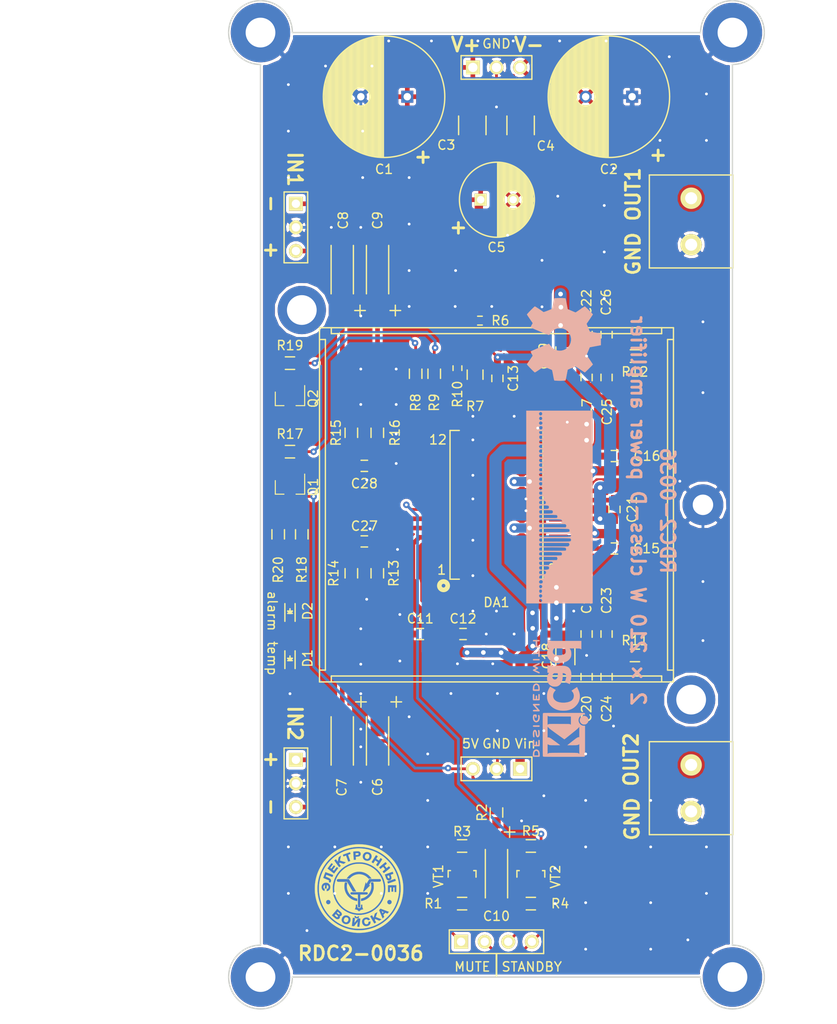
<source format=kicad_pcb>
(kicad_pcb (version 4) (host pcbnew 4.0.5)
  (layers (0 F.Cu signal) (31 B.Cu signal) (34 B.Paste user) (35 F.Paste user) (36 B.SilkS user) (37 F.SilkS user) (38 B.Mask user) (39 F.Mask user) (44 Edge.Cuts user))
  (net 0 "")
  (net 1 GND)
  (net 2 VA+)
  (net 3 VA-)
  (net 4 "Net-(C6-Pad2)")
  (net 5 "Net-(C6-Pad1)")
  (net 6 "Net-(C7-Pad2)")
  (net 7 "Net-(C7-Pad1)")
  (net 8 "Net-(C8-Pad1)")
  (net 9 OUT2)
  (net 10 OUT1)
  (net 11 "Net-(C21-Pad1)")
  (net 12 "Net-(C23-Pad1)")
  (net 13 "Net-(DA1-Pad6)")
  (net 14 "Net-(DA1-Pad7)")
  (net 15 "Net-(DA1-Pad10)")
  (net 16 "Net-(DA1-Pad11)")
  (net 17 "Net-(DA1-Pad12)")
  (net 18 Mute)
  (net 19 5V)
  (net 20 "Net-(R3-Pad2)")
  (net 21 Standby)
  (net 22 OSCREF)
  (net 23 "Net-(C8-Pad2)")
  (net 24 "Net-(C9-Pad2)")
  (net 25 "Net-(C9-Pad1)")
  (net 26 "Net-(C10-Pad1)")
  (net 27 "Net-(C13-Pad1)")
  (net 28 "Net-(C15-Pad2)")
  (net 29 "Net-(C16-Pad2)")
  (net 30 "Net-(C25-Pad1)")
  (net 31 "Net-(C27-Pad1)")
  (net 32 "Net-(C27-Pad2)")
  (net 33 "Net-(C28-Pad1)")
  (net 34 "Net-(C28-Pad2)")
  (net 35 "Net-(D1-Pad2)")
  (net 36 "Net-(D2-Pad2)")
  (net 37 TEMP)
  (net 38 "Net-(Q1-Pad2)")
  (net 39 ALARM)
  (net 40 "Net-(Q2-Pad2)")
  (module Heatsinks:Heatsink_37x37mm_SpringFixation (layer F.Cu) (at 99.06 83.82)
    (fp_text reference HeatSink hide)
    (fp_text value Heatsink_37x37mm_SpringFixation)
    (pad 1 thru_hole circle (at 20.955 20.955) (size 5.2 5.2) (drill 3.2) (layers *.Cu *.Mask))
    (pad 1 thru_hole circle (at -20.955 -20.955) (size 5.2 5.2) (drill 3.2) (layers *.Cu *.Mask))
  )
  (module Mounting_Holes:MountingHole_3.2mm_M3_Pad (layer F.Cu) (at 124.46 33.02)
    (fp_text reference REF** hide)
    (fp_text value MountingHole_3.2mm_M3_Pad)
    (pad 1 thru_hole circle (at 0 0) (size 6.4 6.4) (drill 3.2) (layers *.Cu *.Mask) (net 1 GND))
  )
  (module Mounting_Holes:MountingHole_3.2mm_M3_Pad (layer F.Cu) (at 73.66 33.02)
    (fp_text reference REF** hide)
    (fp_text value MountingHole_3.2mm_M3_Pad)
    (pad 1 thru_hole circle (at 0 0) (size 6.4 6.4) (drill 3.2) (layers *.Cu *.Mask) (net 1 GND))
  )
  (module Mounting_Holes:MountingHole_3.2mm_M3_Pad (layer F.Cu) (at 73.66 134.62)
    (fp_text reference REF** hide)
    (fp_text value MountingHole_3.2mm_M3_Pad)
    (pad 1 thru_hole circle (at 0 0) (size 6.4 6.4) (drill 3.2) (layers *.Cu *.Mask) (net 1 GND))
  )
  (module Mounting_Holes:MountingHole_3.2mm_M3_Pad (layer F.Cu) (at 124.46 134.62)
    (fp_text reference REF** hide)
    (fp_text value MountingHole_3.2mm_M3_Pad)
    (pad 1 thru_hole circle (at 0 0) (size 6.4 6.4) (drill 3.2) (layers *.Cu *.Mask) (net 1 GND))
  )
  (module Capacitors_SMD:C_1210_HandSoldering (layer F.Cu) (at 96.46 43 90)
    (fp_text reference C3 (at -2.12 -2.8 180) (layer F.SilkS))
    (fp_text value C)
    (pad 1 smd rect (at -2 0 90) (size 2 2.5) (layers F.Cu F.Paste F.Mask) (net 2 VA+))
    (pad 2 smd rect (at 2 0 90) (size 2 2.5) (layers F.Cu F.Paste F.Mask) (net 1 GND))
  )
  (module Capacitors_SMD:C_1210_HandSoldering (layer F.Cu) (at 101.66 43 270)
    (fp_text reference C4 (at 2.22 -2.7 360) (layer F.SilkS))
    (fp_text value C)
    (pad 1 smd rect (at -2 0 270) (size 2 2.5) (layers F.Cu F.Paste F.Mask) (net 1 GND))
    (pad 2 smd rect (at 2 0 270) (size 2 2.5) (layers F.Cu F.Paste F.Mask) (net 3 VA-))
  )
  (module Capacitors_ThroughHole:C_Radial_D8_L11.5_P3.5 (layer F.Cu) (at 97.36 51)
    (fp_text reference C5 (at 1.7 5.12) (layer F.SilkS))
    (fp_text value CP)
    (pad 2 thru_hole circle (at 3.5 0) (size 1.3 1.3) (drill 0.8) (layers *.Cu *.Mask F.SilkS) (net 3 VA-))
    (pad 1 thru_hole rect (at 0 0) (size 1.3 1.3) (drill 0.8) (layers *.Cu *.Mask F.SilkS) (net 2 VA+))
  )
  (module NewComponents:TantalC_SizeA_EIA-3216_HandSoldering_mm (layer F.Cu) (at 86.26 109.22 270)
    (fp_text reference C6 (at 4.95 0 270) (layer F.SilkS))
    (fp_text value CP)
    (fp_text user + (at -4.2 -1.9 270) (layer F.SilkS) (effects (font (size 1.5 1.5))))
    (pad 2 smd rect (at 1.99898 0 270) (size 3 1.5) (layers F.Cu F.Paste F.Mask) (net 4 "Net-(C6-Pad2)"))
    (pad 1 smd rect (at -1.99898 0 270) (size 3 1.5) (layers F.Cu F.Paste F.Mask) (net 5 "Net-(C6-Pad1)"))
  )
  (module NewComponents:TantalC_SizeA_EIA-3216_HandSoldering_mm (layer F.Cu) (at 82.46 109.22 270)
    (fp_text reference C7 (at 5 0.05 270) (layer F.SilkS))
    (fp_text value CP)
    (fp_text user + (at -4.2 -1.9 270) (layer F.SilkS) (effects (font (size 1.5 1.5))))
    (pad 2 smd rect (at 1.99898 0 270) (size 3 1.5) (layers F.Cu F.Paste F.Mask) (net 6 "Net-(C7-Pad2)"))
    (pad 1 smd rect (at -1.99898 0 270) (size 3 1.5) (layers F.Cu F.Paste F.Mask) (net 7 "Net-(C7-Pad1)"))
  )
  (module NewComponents:TantalC_SizeA_EIA-3216_HandSoldering_mm (layer F.Cu) (at 82.46 58.52 90)
    (fp_text reference C8 (at 5.3 0.1 90) (layer F.SilkS))
    (fp_text value CP)
    (fp_text user + (at -4.4 1.8 90) (layer F.SilkS) (effects (font (size 1.5 1.5))))
    (pad 2 smd rect (at 1.99898 0 90) (size 3 1.5) (layers F.Cu F.Paste F.Mask) (net 23 "Net-(C8-Pad2)"))
    (pad 1 smd rect (at -1.99898 0 90) (size 3 1.5) (layers F.Cu F.Paste F.Mask) (net 8 "Net-(C8-Pad1)"))
  )
  (module NewComponents:TantalC_SizeA_EIA-3216_HandSoldering_mm (layer F.Cu) (at 86.26 58.52 90)
    (fp_text reference C9 (at 5.3 0 90) (layer F.SilkS))
    (fp_text value CP)
    (fp_text user + (at -4.4 1.8 90) (layer F.SilkS) (effects (font (size 1.5 1.5))))
    (pad 2 smd rect (at 1.99898 0 90) (size 3 1.5) (layers F.Cu F.Paste F.Mask) (net 24 "Net-(C9-Pad2)"))
    (pad 1 smd rect (at -1.99898 0 90) (size 3 1.5) (layers F.Cu F.Paste F.Mask) (net 25 "Net-(C9-Pad1)"))
  )
  (module NewComponents:TantalC_SizeA_EIA-3216_HandSoldering_mm (layer F.Cu) (at 99.06 123.5 270)
    (fp_text reference C10 (at 4.57 0 360) (layer F.SilkS))
    (fp_text value CP)
    (fp_text user + (at -4.48 -1.3 270) (layer F.SilkS) (effects (font (size 1.5 1.5))))
    (pad 2 smd rect (at 1.99898 0 270) (size 3 1.5) (layers F.Cu F.Paste F.Mask) (net 1 GND))
    (pad 1 smd rect (at -1.99898 0 270) (size 3 1.5) (layers F.Cu F.Paste F.Mask) (net 26 "Net-(C10-Pad1)"))
  )
  (module Capacitors_SMD:C_0603_HandSoldering (layer F.Cu) (at 90.86 97.72 180)
    (fp_text reference C11 (at 0 1.65 180) (layer F.SilkS))
    (fp_text value C)
    (pad 1 smd rect (at -0.95 0 180) (size 1.2 0.75) (layers F.Cu F.Paste F.Mask) (net 2 VA+))
    (pad 2 smd rect (at 0.95 0 180) (size 1.2 0.75) (layers F.Cu F.Paste F.Mask) (net 1 GND))
  )
  (module Capacitors_SMD:C_0603_HandSoldering (layer F.Cu) (at 95.46 97.72)
    (fp_text reference C12 (at 0 -1.65) (layer F.SilkS))
    (fp_text value C)
    (pad 1 smd rect (at -0.95 0) (size 1.2 0.75) (layers F.Cu F.Paste F.Mask) (net 3 VA-))
    (pad 2 smd rect (at 0.95 0) (size 1.2 0.75) (layers F.Cu F.Paste F.Mask) (net 1 GND))
  )
  (module Capacitors_SMD:C_0603_HandSoldering (layer F.Cu) (at 99.16 70.22 90)
    (fp_text reference C13 (at 0 1.7 90) (layer F.SilkS))
    (fp_text value C)
    (pad 1 smd rect (at -0.95 0 90) (size 1.2 0.75) (layers F.Cu F.Paste F.Mask) (net 27 "Net-(C13-Pad1)"))
    (pad 2 smd rect (at 0.95 0 90) (size 1.2 0.75) (layers F.Cu F.Paste F.Mask) (net 3 VA-))
  )
  (module Capacitors_SMD:C_0603_HandSoldering (layer F.Cu) (at 108.76 97.72 270)
    (fp_text reference C14 (at -3.6 0 270) (layer F.SilkS))
    (fp_text value C)
    (pad 1 smd rect (at -0.95 0 270) (size 1.2 0.75) (layers F.Cu F.Paste F.Mask) (net 2 VA+))
    (pad 2 smd rect (at 0.95 0 270) (size 1.2 0.75) (layers F.Cu F.Paste F.Mask) (net 1 GND))
  )
  (module Capacitors_SMD:C_0603_HandSoldering (layer F.Cu) (at 111.76 88.52 180)
    (fp_text reference C15 (at -3.45 0 180) (layer F.SilkS))
    (fp_text value C)
    (pad 1 smd rect (at -0.95 0 180) (size 1.2 0.75) (layers F.Cu F.Paste F.Mask) (net 9 OUT2))
    (pad 2 smd rect (at 0.95 0 180) (size 1.2 0.75) (layers F.Cu F.Paste F.Mask) (net 28 "Net-(C15-Pad2)"))
  )
  (module Capacitors_SMD:C_0603_HandSoldering (layer F.Cu) (at 111.76 78.5749 180)
    (fp_text reference C16 (at -3.5 0 180) (layer F.SilkS))
    (fp_text value C)
    (pad 1 smd rect (at -0.95 0 180) (size 1.2 0.75) (layers F.Cu F.Paste F.Mask) (net 10 OUT1))
    (pad 2 smd rect (at 0.95 0 180) (size 1.2 0.75) (layers F.Cu F.Paste F.Mask) (net 29 "Net-(C16-Pad2)"))
  )
  (module Capacitors_SMD:C_0603_HandSoldering (layer F.Cu) (at 108.76 70.12 90)
    (fp_text reference C17 (at -3.7 0.05 90) (layer F.SilkS))
    (fp_text value C)
    (pad 1 smd rect (at -0.95 0 90) (size 1.2 0.75) (layers F.Cu F.Paste F.Mask) (net 2 VA+))
    (pad 2 smd rect (at 0.95 0 90) (size 1.2 0.75) (layers F.Cu F.Paste F.Mask) (net 1 GND))
  )
  (module Capacitors_SMD:C_0603_HandSoldering (layer F.Cu) (at 108.76 102.32 90)
    (fp_text reference C20 (at -3.45 0 90) (layer F.SilkS))
    (fp_text value C)
    (pad 1 smd rect (at -0.95 0 90) (size 1.2 0.75) (layers F.Cu F.Paste F.Mask) (net 3 VA-))
    (pad 2 smd rect (at 0.95 0 90) (size 1.2 0.75) (layers F.Cu F.Paste F.Mask) (net 1 GND))
  )
  (module Capacitors_SMD:C_0603_HandSoldering (layer F.Cu) (at 111.76 84.32 270)
    (fp_text reference C21 (at 0 -1.9 270) (layer F.SilkS))
    (fp_text value C)
    (pad 1 smd rect (at -0.95 0 270) (size 1.2 0.75) (layers F.Cu F.Paste F.Mask) (net 11 "Net-(C21-Pad1)"))
    (pad 2 smd rect (at 0.95 0 270) (size 1.2 0.75) (layers F.Cu F.Paste F.Mask) (net 3 VA-))
  )
  (module Capacitors_SMD:C_0603_HandSoldering (layer F.Cu) (at 108.76 65.52 270)
    (fp_text reference C22 (at -3.45 0 270) (layer F.SilkS))
    (fp_text value C)
    (pad 1 smd rect (at -0.95 0 270) (size 1.2 0.75) (layers F.Cu F.Paste F.Mask) (net 3 VA-))
    (pad 2 smd rect (at 0.95 0 270) (size 1.2 0.75) (layers F.Cu F.Paste F.Mask) (net 1 GND))
  )
  (module Capacitors_SMD:C_0603_HandSoldering (layer F.Cu) (at 110.91 97.72 90)
    (fp_text reference C23 (at 3.6 0 90) (layer F.SilkS))
    (fp_text value C)
    (pad 1 smd rect (at -0.95 0 90) (size 1.2 0.75) (layers F.Cu F.Paste F.Mask) (net 12 "Net-(C23-Pad1)"))
    (pad 2 smd rect (at 0.95 0 90) (size 1.2 0.75) (layers F.Cu F.Paste F.Mask) (net 2 VA+))
  )
  (module Capacitors_SMD:C_0603_HandSoldering (layer F.Cu) (at 110.91 102.32 270)
    (fp_text reference C24 (at 3.45 0 270) (layer F.SilkS))
    (fp_text value C)
    (pad 1 smd rect (at -0.95 0 270) (size 1.2 0.75) (layers F.Cu F.Paste F.Mask) (net 12 "Net-(C23-Pad1)"))
    (pad 2 smd rect (at 0.95 0 270) (size 1.2 0.75) (layers F.Cu F.Paste F.Mask) (net 3 VA-))
  )
  (module Capacitors_SMD:C_0603_HandSoldering (layer F.Cu) (at 110.91 70.12 270)
    (fp_text reference C25 (at 3.7 -0.05 270) (layer F.SilkS))
    (fp_text value C)
    (pad 1 smd rect (at -0.95 0 270) (size 1.2 0.75) (layers F.Cu F.Paste F.Mask) (net 30 "Net-(C25-Pad1)"))
    (pad 2 smd rect (at 0.95 0 270) (size 1.2 0.75) (layers F.Cu F.Paste F.Mask) (net 2 VA+))
  )
  (module Capacitors_SMD:C_0603_HandSoldering (layer F.Cu) (at 110.91 65.52 90)
    (fp_text reference C26 (at 3.5 -0.05 90) (layer F.SilkS))
    (fp_text value C)
    (pad 1 smd rect (at -0.95 0 90) (size 1.2 0.75) (layers F.Cu F.Paste F.Mask) (net 30 "Net-(C25-Pad1)"))
    (pad 2 smd rect (at 0.95 0 90) (size 1.2 0.75) (layers F.Cu F.Paste F.Mask) (net 3 VA-))
  )
  (module Resistors_SMD:R_0603_HandSoldering (layer F.Cu) (at 95.36 126.72)
    (fp_text reference R1 (at -3.1 0) (layer F.SilkS))
    (fp_text value R)
    (pad 1 smd rect (at -1.1 0) (size 1.2 0.9) (layers F.Cu F.Paste F.Mask) (net 18 Mute))
    (pad 2 smd rect (at 1.1 0) (size 1.2 0.9) (layers F.Cu F.Paste F.Mask) (net 1 GND))
  )
  (module Resistors_SMD:R_0603_HandSoldering (layer F.Cu) (at 99.06 116.92 90)
    (fp_text reference R2 (at 0 -1.55 90) (layer F.SilkS))
    (fp_text value R)
    (pad 1 smd rect (at -1.1 0 90) (size 1.2 0.9) (layers F.Cu F.Paste F.Mask) (net 26 "Net-(C10-Pad1)"))
    (pad 2 smd rect (at 1.1 0 90) (size 1.2 0.9) (layers F.Cu F.Paste F.Mask) (net 19 5V))
  )
  (module Resistors_SMD:R_0603_HandSoldering (layer F.Cu) (at 95.36 120.52 180)
    (fp_text reference R3 (at 0 1.55 180) (layer F.SilkS))
    (fp_text value R)
    (pad 1 smd rect (at -1.1 0 180) (size 1.2 0.9) (layers F.Cu F.Paste F.Mask) (net 26 "Net-(C10-Pad1)"))
    (pad 2 smd rect (at 1.1 0 180) (size 1.2 0.9) (layers F.Cu F.Paste F.Mask) (net 20 "Net-(R3-Pad2)"))
  )
  (module Resistors_SMD:R_0603_HandSoldering (layer F.Cu) (at 102.76 126.72)
    (fp_text reference R4 (at 3.15 0) (layer F.SilkS))
    (fp_text value R)
    (pad 1 smd rect (at -1.1 0) (size 1.2 0.9) (layers F.Cu F.Paste F.Mask) (net 21 Standby))
    (pad 2 smd rect (at 1.1 0) (size 1.2 0.9) (layers F.Cu F.Paste F.Mask) (net 1 GND))
  )
  (module Resistors_SMD:R_0603_HandSoldering (layer F.Cu) (at 102.76 120.52 180)
    (fp_text reference R5 (at 0 1.6 180) (layer F.SilkS))
    (fp_text value R)
    (pad 1 smd rect (at -1.1 0 180) (size 1.2 0.9) (layers F.Cu F.Paste F.Mask) (net 13 "Net-(DA1-Pad6)"))
    (pad 2 smd rect (at 1.1 0 180) (size 1.2 0.9) (layers F.Cu F.Paste F.Mask) (net 26 "Net-(C10-Pad1)"))
  )
  (module Capacitors_SMD:C_0402 (layer F.Cu) (at 97.282 64.008 180)
    (fp_text reference R6 (at -2.2 0 180) (layer F.SilkS))
    (fp_text value R)
    (pad 1 smd rect (at -0.55 0 180) (size 0.6 0.5) (layers F.Cu F.Paste F.Mask) (net 3 VA-))
    (pad 2 smd rect (at 0.55 0 180) (size 0.6 0.5) (layers F.Cu F.Paste F.Mask) (net 22 OSCREF))
  )
  (module Capacitors_SMD:C_0805_HandSoldering (layer F.Cu) (at 96.76 69.82 270)
    (fp_text reference R7 (at 3.4 0 360) (layer F.SilkS))
    (fp_text value R)
    (pad 1 smd rect (at -1.25 0 270) (size 1.5 1.25) (layers F.Cu F.Paste F.Mask) (net 22 OSCREF))
    (pad 2 smd rect (at 1.25 0 270) (size 1.5 1.25) (layers F.Cu F.Paste F.Mask) (net 14 "Net-(DA1-Pad7)"))
  )
  (module Resistors_SMD:R_0603_HandSoldering (layer F.Cu) (at 90.36 69.72 270)
    (fp_text reference R8 (at 3.1 0 270) (layer F.SilkS))
    (fp_text value R)
    (pad 1 smd rect (at -1.1 0 270) (size 1.2 0.9) (layers F.Cu F.Paste F.Mask) (net 37 TEMP))
    (pad 2 smd rect (at 1.1 0 270) (size 1.2 0.9) (layers F.Cu F.Paste F.Mask) (net 15 "Net-(DA1-Pad10)"))
  )
  (module Resistors_SMD:R_0603_HandSoldering (layer F.Cu) (at 92.36 69.72 270)
    (fp_text reference R9 (at 3.1 0 270) (layer F.SilkS))
    (fp_text value R)
    (pad 1 smd rect (at -1.1 0 270) (size 1.2 0.9) (layers F.Cu F.Paste F.Mask) (net 39 ALARM))
    (pad 2 smd rect (at 1.1 0 270) (size 1.2 0.9) (layers F.Cu F.Paste F.Mask) (net 17 "Net-(DA1-Pad12)"))
  )
  (module Capacitors_SMD:C_0402 (layer F.Cu) (at 94.86 69.12 270)
    (fp_text reference R10 (at 2.8 0 270) (layer F.SilkS))
    (fp_text value R)
    (pad 1 smd rect (at -0.55 0 270) (size 0.6 0.5) (layers F.Cu F.Paste F.Mask) (net 22 OSCREF))
    (pad 2 smd rect (at 0.55 0 270) (size 0.6 0.5) (layers F.Cu F.Paste F.Mask) (net 16 "Net-(DA1-Pad11)"))
  )
  (module Resistors_SMD:R_0603_HandSoldering (layer F.Cu) (at 113.96 100.02 180)
    (fp_text reference R11 (at 0 1.6 180) (layer F.SilkS))
    (fp_text value R)
    (pad 1 smd rect (at -1.1 0 180) (size 1.2 0.9) (layers F.Cu F.Paste F.Mask) (net 9 OUT2))
    (pad 2 smd rect (at 1.1 0 180) (size 1.2 0.9) (layers F.Cu F.Paste F.Mask) (net 12 "Net-(C23-Pad1)"))
  )
  (module Resistors_SMD:R_0603_HandSoldering (layer F.Cu) (at 113.96 67.82 180)
    (fp_text reference R12 (at 0 -1.7 180) (layer F.SilkS))
    (fp_text value R)
    (pad 1 smd rect (at -1.1 0 180) (size 1.2 0.9) (layers F.Cu F.Paste F.Mask) (net 10 OUT1))
    (pad 2 smd rect (at 1.1 0 180) (size 1.2 0.9) (layers F.Cu F.Paste F.Mask) (net 30 "Net-(C25-Pad1)"))
  )
  (module NewComponents:SOT-23_mm (layer F.Cu) (at 95.36 123.82)
    (fp_text reference VT1 (at -2.55 -0.05 90) (layer F.SilkS))
    (fp_text value BSS138)
    (pad 1 smd rect (at -0.95 1) (size 0.8 0.8) (layers F.Cu F.Paste F.Mask) (net 18 Mute))
    (pad 2 smd rect (at 0.95 1) (size 0.8 0.8) (layers F.Cu F.Paste F.Mask) (net 1 GND))
    (pad 3 smd rect (at 0 -1) (size 0.8 0.8) (layers F.Cu F.Paste F.Mask) (net 20 "Net-(R3-Pad2)"))
  )
  (module NewComponents:SOT-23_mm (layer F.Cu) (at 102.76 123.82)
    (fp_text reference VT2 (at 2.65 0 270) (layer F.SilkS))
    (fp_text value BSS138)
    (pad 1 smd rect (at -0.95 1) (size 0.8 0.8) (layers F.Cu F.Paste F.Mask) (net 21 Standby))
    (pad 2 smd rect (at 0.95 1) (size 0.8 0.8) (layers F.Cu F.Paste F.Mask) (net 1 GND))
    (pad 3 smd rect (at 0 -1) (size 0.8 0.8) (layers F.Cu F.Paste F.Mask) (net 13 "Net-(DA1-Pad6)"))
  )
  (module NewComponents:Pin_Header_Straight_1x03_mm (layer F.Cu) (at 77.47 111.25)
    (fp_text reference XP1 hide)
    (fp_text value CONN_01X03)
    (pad 1 thru_hole rect (at 0 0) (size 1.5 1.5) (drill 0.9) (layers *.Cu *.Mask F.SilkS) (net 6 "Net-(C7-Pad2)"))
    (pad 2 thru_hole circle (at 0 2.54) (size 1.5 1.5) (drill 0.9) (layers *.Cu *.Mask F.SilkS) (net 1 GND))
    (pad 3 thru_hole circle (at 0 5.08) (size 1.5 1.5) (drill 0.9) (layers *.Cu *.Mask F.SilkS) (net 4 "Net-(C6-Pad2)"))
  )
  (module NewComponents:Pin_Header_Straight_1x03_mm (layer F.Cu) (at 77.47 51.435)
    (fp_text reference XP2 hide)
    (fp_text value CONN_01X03)
    (pad 1 thru_hole rect (at 0 0) (size 1.5 1.5) (drill 0.9) (layers *.Cu *.Mask F.SilkS) (net 24 "Net-(C9-Pad2)"))
    (pad 2 thru_hole circle (at 0 2.54) (size 1.5 1.5) (drill 0.9) (layers *.Cu *.Mask F.SilkS) (net 1 GND))
    (pad 3 thru_hole circle (at 0 5.08) (size 1.5 1.5) (drill 0.9) (layers *.Cu *.Mask F.SilkS) (net 23 "Net-(C8-Pad2)"))
  )
  (module NewComponents:Pin_Header_Straight_1x03_mm (layer F.Cu) (at 96.52 36.77 90)
    (fp_text reference XP4 hide)
    (fp_text value CONN_01X03)
    (pad 1 thru_hole rect (at 0 0 90) (size 1.5 1.5) (drill 1) (layers *.Cu *.Mask F.SilkS) (net 2 VA+))
    (pad 2 thru_hole circle (at 0 2.54 90) (size 1.5 1.5) (drill 1) (layers *.Cu *.Mask F.SilkS) (net 1 GND))
    (pad 3 thru_hole circle (at 0 5.08 90) (size 1.5 1.5) (drill 1) (layers *.Cu *.Mask F.SilkS) (net 3 VA-))
  )
  (module NewComponents:Clem_2Pos_P5 (layer F.Cu) (at 120.015 114.3 270)
    (fp_text reference XS1 hide)
    (fp_text value CONN_01X02)
    (pad 2 thru_hole circle (at 2.5 0 270) (size 2.3 2.3) (drill 1.3) (layers *.Cu *.Mask F.SilkS) (net 1 GND))
    (pad 1 thru_hole circle (at -2.5 0 270) (size 2.3 2.3) (drill 1.3) (layers *.Cu *.Mask F.SilkS) (net 9 OUT2))
  )
  (module NewComponents:Clem_2Pos_P5 (layer F.Cu) (at 120.015 53.34 270)
    (fp_text reference XS2 hide)
    (fp_text value CONN_01X02)
    (pad 2 thru_hole circle (at 2.5 0 270) (size 2.3 2.3) (drill 1.3) (layers *.Cu *.Mask F.SilkS) (net 1 GND))
    (pad 1 thru_hole circle (at -2.5 0 270) (size 2.3 2.3) (drill 1.3) (layers *.Cu *.Mask F.SilkS) (net 10 OUT1))
  )
  (module NewComponents:Pin_Header_Straight_1x03_mm (layer F.Cu) (at 101.6 112.22 270)
    (fp_text reference XP5 hide)
    (fp_text value CONN_01X03)
    (pad 1 thru_hole rect (at 0 0 270) (size 1.5 1.5) (drill 0.9) (layers *.Cu *.Mask F.SilkS) (net 2 VA+))
    (pad 2 thru_hole circle (at 0 2.54 270) (size 1.5 1.5) (drill 0.9) (layers *.Cu *.Mask F.SilkS) (net 1 GND))
    (pad 3 thru_hole circle (at 0 5.08 270) (size 1.5 1.5) (drill 0.9) (layers *.Cu *.Mask F.SilkS) (net 19 5V))
  )
  (module NewComponents:Pin_Header_Straight_1x04_mm (layer F.Cu) (at 95.25 130.82 90)
    (fp_text reference XP3 hide)
    (fp_text value CONN_01X04)
    (pad 1 thru_hole rect (at 0 0 90) (size 1.5 1.5) (drill 0.9) (layers *.Cu *.Mask F.SilkS) (net 18 Mute))
    (pad 2 thru_hole oval (at 0 2.54 90) (size 1.5 1.5) (drill 0.9) (layers *.Cu *.Mask F.SilkS) (net 19 5V))
    (pad 3 thru_hole oval (at 0 5.08 90) (size 1.5 1.5) (drill 0.9) (layers *.Cu *.Mask F.SilkS) (net 21 Standby))
    (pad 4 thru_hole oval (at 0 7.62 90) (size 1.5 1.5) (drill 0.9) (layers *.Cu *.Mask F.SilkS) (net 19 5V))
  )
  (module Capacitors_SMD:C_0603_HandSoldering (layer F.Cu) (at 84.836 87.757 180)
    (fp_text reference C27 (at 0 1.651 180) (layer F.SilkS))
    (fp_text value C)
    (pad 1 smd rect (at -0.95 0 180) (size 1.2 0.75) (layers F.Cu F.Paste F.Mask) (net 31 "Net-(C27-Pad1)"))
    (pad 2 smd rect (at 0.95 0 180) (size 1.2 0.75) (layers F.Cu F.Paste F.Mask) (net 32 "Net-(C27-Pad2)"))
  )
  (module Capacitors_SMD:C_0603_HandSoldering (layer F.Cu) (at 84.836 79.629)
    (fp_text reference C28 (at 0 1.905) (layer F.SilkS))
    (fp_text value C)
    (pad 1 smd rect (at -0.95 0) (size 1.2 0.75) (layers F.Cu F.Paste F.Mask) (net 33 "Net-(C28-Pad1)"))
    (pad 2 smd rect (at 0.95 0) (size 1.2 0.75) (layers F.Cu F.Paste F.Mask) (net 34 "Net-(C28-Pad2)"))
  )
  (module LEDs:LED_0603 (layer F.Cu) (at 76.835 100.33 90)
    (fp_text reference D1 (at 0 1.905 90) (layer F.SilkS))
    (fp_text value LED)
    (pad 2 smd rect (at 0.7493 0 270) (size 0.79756 0.79756) (layers F.Cu F.Paste F.Mask) (net 35 "Net-(D1-Pad2)"))
    (pad 1 smd rect (at -0.7493 0 270) (size 0.79756 0.79756) (layers F.Cu F.Paste F.Mask) (net 1 GND))
  )
  (module LEDs:LED_0603 (layer F.Cu) (at 76.835 95.25 90)
    (fp_text reference D2 (at 0 1.905 90) (layer F.SilkS))
    (fp_text value LED)
    (pad 2 smd rect (at 0.7493 0 270) (size 0.79756 0.79756) (layers F.Cu F.Paste F.Mask) (net 36 "Net-(D2-Pad2)"))
    (pad 1 smd rect (at -0.7493 0 270) (size 0.79756 0.79756) (layers F.Cu F.Paste F.Mask) (net 1 GND))
  )
  (module SOT-23 (layer F.Cu) (at 76.835 81.915 270)
    (fp_text reference Q1 (at 0 -2.5 270) (layer F.SilkS))
    (fp_text value BC858)
    (pad 1 smd rect (at -1 -0.95 270) (size 0.9 0.8) (layers F.Cu F.Paste F.Mask) (net 37 TEMP))
    (pad 2 smd rect (at -1 0.95 270) (size 0.9 0.8) (layers F.Cu F.Paste F.Mask) (net 38 "Net-(Q1-Pad2)"))
    (pad 3 smd rect (at 1 0 270) (size 0.9 0.8) (layers F.Cu F.Paste F.Mask) (net 19 5V))
  )
  (module SOT-23 (layer F.Cu) (at 76.835 72.39 270)
    (fp_text reference Q2 (at 0 -2.5 270) (layer F.SilkS))
    (fp_text value BC858)
    (pad 1 smd rect (at -1 -0.95 270) (size 0.9 0.8) (layers F.Cu F.Paste F.Mask) (net 39 ALARM))
    (pad 2 smd rect (at -1 0.95 270) (size 0.9 0.8) (layers F.Cu F.Paste F.Mask) (net 40 "Net-(Q2-Pad2)"))
    (pad 3 smd rect (at 1 0 270) (size 0.9 0.8) (layers F.Cu F.Paste F.Mask) (net 19 5V))
  )
  (module Resistors_SMD:R_0603_HandSoldering (layer F.Cu) (at 86.233 91.186 90)
    (fp_text reference R13 (at 0 1.778 90) (layer F.SilkS))
    (fp_text value 5K6)
    (pad 1 smd rect (at -1.1 0 90) (size 1.2 0.9) (layers F.Cu F.Paste F.Mask) (net 5 "Net-(C6-Pad1)"))
    (pad 2 smd rect (at 1.1 0 90) (size 1.2 0.9) (layers F.Cu F.Paste F.Mask) (net 31 "Net-(C27-Pad1)"))
  )
  (module Resistors_SMD:R_0603_HandSoldering (layer F.Cu) (at 83.439 91.186 90)
    (fp_text reference R14 (at 0 -1.9 90) (layer F.SilkS))
    (fp_text value 5K6)
    (pad 1 smd rect (at -1.1 0 90) (size 1.2 0.9) (layers F.Cu F.Paste F.Mask) (net 7 "Net-(C7-Pad1)"))
    (pad 2 smd rect (at 1.1 0 90) (size 1.2 0.9) (layers F.Cu F.Paste F.Mask) (net 32 "Net-(C27-Pad2)"))
  )
  (module Resistors_SMD:R_0603_HandSoldering (layer F.Cu) (at 83.439 76.073 270)
    (fp_text reference R15 (at 0 1.651 270) (layer F.SilkS))
    (fp_text value 5K6)
    (pad 1 smd rect (at -1.1 0 270) (size 1.2 0.9) (layers F.Cu F.Paste F.Mask) (net 8 "Net-(C8-Pad1)"))
    (pad 2 smd rect (at 1.1 0 270) (size 1.2 0.9) (layers F.Cu F.Paste F.Mask) (net 33 "Net-(C28-Pad1)"))
  )
  (module Resistors_SMD:R_0603_HandSoldering (layer F.Cu) (at 86.233 76.073 270)
    (fp_text reference R16 (at 0 -1.9 270) (layer F.SilkS))
    (fp_text value 5K6)
    (pad 1 smd rect (at -1.1 0 270) (size 1.2 0.9) (layers F.Cu F.Paste F.Mask) (net 25 "Net-(C9-Pad1)"))
    (pad 2 smd rect (at 1.1 0 270) (size 1.2 0.9) (layers F.Cu F.Paste F.Mask) (net 34 "Net-(C28-Pad2)"))
  )
  (module Resistors_SMD:R_0603_HandSoldering (layer F.Cu) (at 76.835 78.105)
    (fp_text reference R17 (at 0 -1.9) (layer F.SilkS))
    (fp_text value 10K)
    (pad 1 smd rect (at -1.1 0) (size 1.2 0.9) (layers F.Cu F.Paste F.Mask) (net 19 5V))
    (pad 2 smd rect (at 1.1 0) (size 1.2 0.9) (layers F.Cu F.Paste F.Mask) (net 37 TEMP))
  )
  (module Resistors_SMD:R_0603_HandSoldering (layer F.Cu) (at 78.105 86.995 270)
    (fp_text reference R18 (at 3.81 0 450) (layer F.SilkS))
    (fp_text value 1K)
    (pad 1 smd rect (at -1.1 0 270) (size 1.2 0.9) (layers F.Cu F.Paste F.Mask) (net 38 "Net-(Q1-Pad2)"))
    (pad 2 smd rect (at 1.1 0 270) (size 1.2 0.9) (layers F.Cu F.Paste F.Mask) (net 35 "Net-(D1-Pad2)"))
  )
  (module Resistors_SMD:R_0603_HandSoldering (layer F.Cu) (at 76.835 68.58)
    (fp_text reference R19 (at 0 -1.9) (layer F.SilkS))
    (fp_text value 10K)
    (pad 1 smd rect (at -1.1 0) (size 1.2 0.9) (layers F.Cu F.Paste F.Mask) (net 19 5V))
    (pad 2 smd rect (at 1.1 0) (size 1.2 0.9) (layers F.Cu F.Paste F.Mask) (net 39 ALARM))
  )
  (module Resistors_SMD:R_0603_HandSoldering (layer F.Cu) (at 75.565 86.995 270)
    (fp_text reference R20 (at 3.81 0 270) (layer F.SilkS))
    (fp_text value 1K)
    (pad 1 smd rect (at -1.1 0 270) (size 1.2 0.9) (layers F.Cu F.Paste F.Mask) (net 40 "Net-(Q2-Pad2)"))
    (pad 2 smd rect (at 1.1 0 270) (size 1.2 0.9) (layers F.Cu F.Paste F.Mask) (net 36 "Net-(D2-Pad2)"))
  )
  (module Capacitors_ThroughHole:C_Radial_D13_L21_P5 (layer F.Cu) (at 113.66 39.92 180)
    (fp_text reference C2 (at 2.5 -7.8 180) (layer F.SilkS))
    (fp_text value CP)
    (pad 1 thru_hole rect (at 0 0 180) (size 1.3 1.3) (drill 0.8) (layers *.Cu *.Mask) (net 1 GND))
    (pad 2 thru_hole circle (at 5 0 180) (size 1.3 1.3) (drill 0.8) (layers *.Cu *.Mask) (net 3 VA-))
  )
  (module Capacitors_ThroughHole:C_Radial_D13_L21_P5 (layer F.Cu) (at 89.46 39.92 180)
    (fp_text reference C1 (at 2.5 -7.8 180) (layer F.SilkS))
    (fp_text value CP)
    (pad 1 thru_hole rect (at 0 0 180) (size 1.3 1.3) (drill 0.8) (layers *.Cu *.Mask) (net 2 VA+))
    (pad 2 thru_hole circle (at 5 0 180) (size 1.3 1.3) (drill 0.8) (layers *.Cu *.Mask) (net 1 GND))
  )
  (module Capacitors_SMD:C_1206 (layer F.Cu) (at 106.4768 100.02 270)
    (fp_text reference C18 (at 0.056 1.9558 270) (layer F.SilkS))
    (fp_text value C)
    (pad 1 smd rect (at -1.5 0 270) (size 1 1.6) (layers F.Cu F.Paste F.Mask) (net 2 VA+))
    (pad 2 smd rect (at 1.5 0 270) (size 1 1.6) (layers F.Cu F.Paste F.Mask) (net 3 VA-))
  )
  (module Capacitors_SMD:C_1206 (layer F.Cu) (at 106.4768 67.8307 90)
    (fp_text reference C19 (at 0 -2.3 90) (layer F.SilkS))
    (fp_text value C)
    (pad 1 smd rect (at -1.5 0 90) (size 1 1.6) (layers F.Cu F.Paste F.Mask) (net 2 VA+))
    (pad 2 smd rect (at 1.5 0 90) (size 1 1.6) (layers F.Cu F.Paste F.Mask) (net 3 VA-))
  )
  (module Mounting_Holes:MountingHole_2.2mm_M2_Pad (layer F.Cu) (at 121.285 83.82)
    (fp_text reference REF** hide)
    (fp_text value MountingHole_2.2mm_M2_Pad)
    (pad 1 thru_hole circle (at 0 0) (size 4.4 4.4) (drill 2.2) (layers *.Cu *.Mask) (net 1 GND))
  )
  (module NewComponents:HSOP24 (layer F.Cu) (at 99.06 83.82 180)
    (fp_text reference DA1 (at 0 -10.5 180) (layer F.SilkS))
    (fp_text value TDA8954)
    (fp_text user 13 (at -6.4 7 180) (layer F.SilkS))
    (fp_text user 24 (at -6.5 -6.9 180) (layer F.SilkS))
    (fp_text user 12 (at 6.3 7 180) (layer F.SilkS))
    (fp_text user 1 (at 5.9 -7 180) (layer F.SilkS))
    (pad 1 smd rect (at 6.65 -5.5 180) (size 2 0.6) (layers F.Cu F.Paste F.Mask) (net 3 VA-))
    (pad 2 smd rect (at 6.65 -4.5 180) (size 2 0.6) (layers F.Cu F.Paste F.Mask) (net 1 GND))
    (pad 3 smd rect (at 6.65 -3.5 180) (size 2 0.6) (layers F.Cu F.Paste F.Mask) (net 2 VA+))
    (pad 4 smd rect (at 6.65 -2.5 180) (size 2 0.6) (layers F.Cu F.Paste F.Mask) (net 31 "Net-(C27-Pad1)"))
    (pad 5 smd rect (at 6.65 -1.5 180) (size 2 0.6) (layers F.Cu F.Paste F.Mask) (net 32 "Net-(C27-Pad2)"))
    (pad 6 smd rect (at 6.65 -0.5 180) (size 2 0.6) (layers F.Cu F.Paste F.Mask) (net 13 "Net-(DA1-Pad6)"))
    (pad 7 smd rect (at 6.65 0.5 180) (size 2 0.6) (layers F.Cu F.Paste F.Mask) (net 14 "Net-(DA1-Pad7)"))
    (pad 8 smd rect (at 6.65 1.5 180) (size 2 0.6) (layers F.Cu F.Paste F.Mask) (net 33 "Net-(C28-Pad1)"))
    (pad 9 smd rect (at 6.65 2.5 180) (size 2 0.6) (layers F.Cu F.Paste F.Mask) (net 34 "Net-(C28-Pad2)"))
    (pad 10 smd rect (at 6.65 3.5 180) (size 2 0.6) (layers F.Cu F.Paste F.Mask) (net 15 "Net-(DA1-Pad10)"))
    (pad 11 smd rect (at 6.65 4.5 180) (size 2 0.6) (layers F.Cu F.Paste F.Mask) (net 16 "Net-(DA1-Pad11)"))
    (pad 12 smd rect (at 6.65 5.5 180) (size 2 0.6) (layers F.Cu F.Paste F.Mask) (net 17 "Net-(DA1-Pad12)"))
    (pad 24 smd rect (at -6.65 -5.5 180) (size 2 0.6) (layers F.Cu F.Paste F.Mask) (net 3 VA-))
    (pad 23 smd rect (at -6.65 -4.5 180) (size 2 0.6) (layers F.Cu F.Paste F.Mask) (net 2 VA+))
    (pad 22 smd rect (at -6.65 -3.5 180) (size 2 0.6) (layers F.Cu F.Paste F.Mask) (net 28 "Net-(C15-Pad2)"))
    (pad 21 smd rect (at -6.65 -2.5 180) (size 2 0.6) (layers F.Cu F.Paste F.Mask) (net 9 OUT2))
    (pad 20 smd rect (at -6.65 -1.5 180) (size 2 0.6) (layers F.Cu F.Paste F.Mask) (net 3 VA-))
    (pad 19 smd rect (at -6.65 -0.5 180) (size 2 0.6) (layers F.Cu F.Paste F.Mask) (net 1 GND))
    (pad 18 smd rect (at -6.65 0.5 180) (size 2 0.6) (layers F.Cu F.Paste F.Mask) (net 11 "Net-(C21-Pad1)"))
    (pad 17 smd rect (at -6.65 1.5 180) (size 2 0.6) (layers F.Cu F.Paste F.Mask) (net 3 VA-))
    (pad 16 smd rect (at -6.65 2.5 180) (size 2 0.6) (layers F.Cu F.Paste F.Mask) (net 10 OUT1))
    (pad 15 smd rect (at -6.65 3.5 180) (size 2 0.6) (layers F.Cu F.Paste F.Mask) (net 29 "Net-(C16-Pad2)"))
    (pad 14 smd rect (at -6.65 4.5 180) (size 2 0.6) (layers F.Cu F.Paste F.Mask) (net 2 VA+))
    (pad 13 smd rect (at -6.65 5.5 180) (size 2 0.6) (layers F.Cu F.Paste F.Mask) (net 27 "Net-(C13-Pad1)"))
  )
  (module Symbols:CD_light_9 (layer F.Cu) (at 84.2645 125.095)
    (fp_text reference G*** hide)
    (fp_text value LOGO hide)
  )
  (module Symbols:OSHW-Symbol_8.9x8mm_SilkScreen (layer B.Cu) (at 106.299 66.04 90)
    (fp_text reference REF*** hide)
    (fp_text value OSHW-Symbol_8.9x8mm_SilkScreen hide)
  )
  (module Symbols:KiCad-Logo2_6mm_SilkScreen (layer B.Cu) (at 105.9815 104.648 90)
    (fp_text reference REF*** hide)
    (fp_text value KiCad-Logo2_6mm_SilkScreen hide)
  )
  (module Symbols:graf (layer B.Cu) (at 105.8545 84.074 90)
    (fp_text reference G*** hide)
    (fp_text value LOGO hide)
  )
  (gr_text alarm (at 74.93 95.25 270) (layer F.SilkS) (effects (font (size 1 1))))
  (gr_text temp (at 74.93 100.33 270) (layer F.SilkS) (effects (font (size 1 1))))
  (gr_text RDC2-0036 (at 84.455 132.08) (layer F.SilkS) (effects (font (size 1.5 1.5) (thickness 0.3))))
  (gr_text "2 × 210 W class-D power amplifier" (at 114.3 84.455 270) (layer B.SilkS) (effects (font (size 1.5 1.5) (thickness 0.3)) (justify mirror)))
  (gr_text Vin (at 102.16 109.52) (layer F.SilkS) (effects (font (size 1 1))))
  (gr_text GND (at 99.06 109.52) (layer F.SilkS) (effects (font (size 1 1))))
  (gr_text 5V (at 96.26 109.52) (layer F.SilkS) (effects (font (size 1 1))))
  (gr_text RDC2-0036 (at 117.475 84.455 270) (layer B.SilkS) (effects (font (size 1.5 1.5) (thickness 0.3)) (justify mirror)))
  (gr_text OUT1 (at 113.76 50.42 90) (layer F.SilkS) (effects (font (size 1.5 1.5) (thickness 0.3))))
  (gr_text GND (at 113.76 56.82 90) (layer F.SilkS) (effects (font (size 1.5 1.5) (thickness 0.3))))
  (gr_text GND (at 113.66 117.62 90) (layer F.SilkS) (effects (font (size 1.5 1.5) (thickness 0.3))))
  (gr_text OUT2 (at 113.56 111.22 90) (layer F.SilkS) (effects (font (size 1.5 1.5) (thickness 0.3))))
  (gr_text STANDBY (at 102.86 133.52) (layer F.SilkS) (effects (font (size 1 1))))
  (gr_line (start 99.06 132.12) (end 99.06 134.52) (angle 90) (layer F.SilkS) (width 0.2))
  (gr_text MUTE (at 96.46 133.52) (layer F.SilkS) (effects (font (size 1 1))))
  (gr_text - (at 74.66 116.32 90) (layer F.SilkS) (effects (font (size 1.5 1.5) (thickness 0.3))))
  (gr_text + (at 74.66 111.22 90) (layer F.SilkS) (effects (font (size 1.5 1.5) (thickness 0.3))))
  (gr_text IN2 (at 77.36 107.32 270) (layer F.SilkS) (effects (font (size 1.5 1.5) (thickness 0.3))))
  (gr_text - (at 74.66 51.42 90) (layer F.SilkS) (effects (font (size 1.5 1.5) (thickness 0.3))))
  (gr_text + (at 74.76 56.32) (layer F.SilkS) (effects (font (size 1.5 1.5) (thickness 0.3))))
  (gr_text IN1 (at 77.36 47.72 270) (layer F.SilkS) (effects (font (size 1.5 1.5) (thickness 0.3))))
  (gr_text + (at 94.96 53.92) (layer F.SilkS) (effects (font (size 1.5 1.5) (thickness 0.3))))
  (gr_text GND (at 99.06 34.22) (layer F.SilkS) (effects (font (size 1 1))))
  (gr_text V- (at 102.56 34.32) (layer F.SilkS) (effects (font (size 1.5 1.5) (thickness 0.3))))
  (gr_text V+ (at 95.76 34.32) (layer F.SilkS) (effects (font (size 1.5 1.5) (thickness 0.3))))
  (gr_text + (at 116.46 46.12) (layer F.SilkS) (effects (font (size 1.5 1.5) (thickness 0.3))))
  (gr_text + (at 91.16 46.32) (layer F.SilkS) (effects (font (size 1.5 1.5) (thickness 0.3))))
  (gr_line (start 121.031 33.02) (end 77.089 33.02) (angle 90) (layer Edge.Cuts) (width 0.15))
  (gr_line (start 124.46 131.191) (end 124.46 36.449) (angle 90) (layer Edge.Cuts) (width 0.15))
  (gr_line (start 77.089 134.62) (end 121.031 134.62) (angle 90) (layer Edge.Cuts) (width 0.15))
  (gr_line (start 73.66 36.449) (end 73.66 131.191) (angle 90) (layer Edge.Cuts) (width 0.15))
  (gr_arc (start 73.66 134.62) (end 70.231 134.62) (angle 90) (layer Edge.Cuts) (width 0.15))
  (gr_arc (start 73.66 134.62) (end 73.66 138.049) (angle 90) (layer Edge.Cuts) (width 0.15))
  (gr_arc (start 73.66 134.62) (end 77.089 134.62) (angle 90) (layer Edge.Cuts) (width 0.15))
  (gr_arc (start 124.46 134.62) (end 124.46 138.049) (angle 90) (layer Edge.Cuts) (width 0.15))
  (gr_arc (start 124.46 134.62) (end 127.889 134.62) (angle 90) (layer Edge.Cuts) (width 0.15))
  (gr_arc (start 124.46 134.62) (end 124.46 131.191) (angle 90) (layer Edge.Cuts) (width 0.15))
  (gr_arc (start 124.46 33.02) (end 127.889 33.02) (angle 90) (layer Edge.Cuts) (width 0.15))
  (gr_arc (start 124.46 33.02) (end 124.46 29.591) (angle 90) (layer Edge.Cuts) (width 0.15))
  (gr_arc (start 124.46 33.02) (end 121.031 33.02) (angle 90) (layer Edge.Cuts) (width 0.15))
  (gr_arc (start 73.66 33.02) (end 73.66 29.591) (angle 90) (layer Edge.Cuts) (width 0.15))
  (gr_arc (start 73.66 33.02) (end 70.231 33.02) (angle 90) (layer Edge.Cuts) (width 0.15))
  (gr_arc (start 73.66 33.02) (end 73.66 36.449) (angle 90) (layer Edge.Cuts) (width 0.15))
  (segment (start 108.76 100.02) (end 108.76 96.6315) (width 0.3) (layer B.Cu) (net 1))
  (via (at 108.76 100.02) (size 0.7) (drill 0.3) (layers F.Cu B.Cu) (net 1))
  (via (at 107.3785 95.25) (size 0.7) (drill 0.3) (layers F.Cu B.Cu) (net 1))
  (segment (start 108.76 96.6315) (end 107.3785 95.25) (width 0.3) (layer B.Cu) (net 1))
  (segment (start 100.965 74.295) (end 106.045 74.295) (width 0.3) (layer B.Cu) (net 1))
  (via (at 106.68 74.93) (size 0.7) (drill 0.3) (layers F.Cu B.Cu) (net 1))
  (segment (start 106.045 74.295) (end 106.68 74.93) (width 0.3) (layer B.Cu) (net 1))
  (segment (start 96.52 83.185) (end 96.52 87.63) (width 0.3) (layer B.Cu) (net 1))
  (via (at 99.06 95.25) (size 0.7) (drill 0.3) (layers F.Cu B.Cu) (net 1))
  (segment (start 96.52 95.25) (end 99.06 95.25) (width 0.3) (layer F.Cu) (net 1))
  (via (at 96.52 95.25) (size 0.7) (drill 0.3) (layers F.Cu B.Cu) (net 1))
  (segment (start 96.52 91.44) (end 96.52 95.25) (width 0.3) (layer B.Cu) (net 1))
  (via (at 96.52 91.44) (size 0.7) (drill 0.3) (layers F.Cu B.Cu) (net 1))
  (segment (start 96.52 87.63) (end 96.52 91.44) (width 0.3) (layer F.Cu) (net 1))
  (via (at 96.52 87.63) (size 0.7) (drill 0.3) (layers F.Cu B.Cu) (net 1))
  (segment (start 105.71 84.32) (end 102.37 84.32) (width 0.3) (layer F.Cu) (net 1))
  (via (at 103.505 75.565) (size 0.7) (drill 0.3) (layers F.Cu B.Cu) (net 1))
  (segment (start 102.235 75.565) (end 103.505 75.565) (width 0.3) (layer B.Cu) (net 1))
  (segment (start 100.965 74.295) (end 102.235 75.565) (width 0.3) (layer B.Cu) (net 1))
  (via (at 100.965 74.295) (size 0.7) (drill 0.3) (layers F.Cu B.Cu) (net 1))
  (segment (start 96.52 74.295) (end 100.965 74.295) (width 0.3) (layer F.Cu) (net 1))
  (via (at 96.52 74.295) (size 0.7) (drill 0.3) (layers F.Cu B.Cu) (net 1))
  (segment (start 96.52 76.835) (end 96.52 74.295) (width 0.3) (layer B.Cu) (net 1))
  (via (at 96.52 76.835) (size 0.7) (drill 0.3) (layers F.Cu B.Cu) (net 1))
  (segment (start 96.52 80.645) (end 96.52 76.835) (width 0.3) (layer F.Cu) (net 1))
  (via (at 96.52 80.645) (size 0.7) (drill 0.3) (layers F.Cu B.Cu) (net 1))
  (segment (start 96.52 83.185) (end 96.52 80.645) (width 0.3) (layer B.Cu) (net 1))
  (via (at 96.52 83.185) (size 0.7) (drill 0.3) (layers F.Cu B.Cu) (net 1))
  (segment (start 102.235 83.185) (end 96.52 83.185) (width 0.3) (layer F.Cu) (net 1))
  (via (at 102.235 83.185) (size 0.7) (drill 0.3) (layers F.Cu B.Cu) (net 1))
  (segment (start 102.235 84.455) (end 102.235 83.185) (width 0.3) (layer B.Cu) (net 1))
  (via (at 102.235 84.455) (size 0.7) (drill 0.3) (layers F.Cu B.Cu) (net 1))
  (segment (start 102.37 84.32) (end 102.235 84.455) (width 0.3) (layer F.Cu) (net 1))
  (segment (start 121.285 83.82) (end 121.285 92.075) (width 0.3) (layer B.Cu) (net 1))
  (via (at 121.285 98.425) (size 0.7) (drill 0.3) (layers F.Cu B.Cu) (net 1))
  (segment (start 121.285 92.075) (end 121.285 98.425) (width 0.3) (layer F.Cu) (net 1))
  (via (at 121.285 92.075) (size 0.7) (drill 0.3) (layers F.Cu B.Cu) (net 1))
  (segment (start 121.285 83.82) (end 118.7958 81.28) (width 0.3) (layer F.Cu) (net 1))
  (via (at 121.285 64.135) (size 0.7) (drill 0.3) (layers F.Cu B.Cu) (net 1))
  (segment (start 121.285 71.755) (end 121.285 64.135) (width 0.3) (layer F.Cu) (net 1))
  (via (at 121.285 71.755) (size 0.7) (drill 0.3) (layers F.Cu B.Cu) (net 1))
  (segment (start 118.7958 81.28) (end 121.285 71.755) (width 0.3) (layer B.Cu) (net 1))
  (via (at 118.7958 81.28) (size 0.7) (drill 0.3) (layers F.Cu B.Cu) (net 1))
  (segment (start 73.66 33.02) (end 73.6727 33.02) (width 0.3) (layer B.Cu) (net 1))
  (segment (start 73.6727 33.02) (end 77.2727 36.62) (width 0.3) (layer B.Cu) (net 1))
  (segment (start 77.2727 36.62) (end 80.66 36.62) (width 0.3) (layer B.Cu) (net 1))
  (segment (start 124.46 33.02) (end 124.4219 33.02) (width 0.3) (layer B.Cu) (net 1))
  (segment (start 124.4219 33.02) (end 121.8219 35.62) (width 0.3) (layer B.Cu) (net 1))
  (segment (start 121.8219 35.62) (end 117.66 35.62) (width 0.3) (layer B.Cu) (net 1))
  (segment (start 119.66 130.62) (end 120.5616 130.62) (width 0.3) (layer B.Cu) (net 1))
  (segment (start 120.5616 130.62) (end 124.46 134.5184) (width 0.3) (layer B.Cu) (net 1))
  (segment (start 124.46 134.5184) (end 124.46 134.62) (width 0.3) (layer B.Cu) (net 1))
  (segment (start 78.66 129.62) (end 73.66 134.62) (width 0.3) (layer B.Cu) (net 1))
  (segment (start 88.41 88.62) (end 87.6675 88.62) (width 0.3) (layer B.Cu) (net 1))
  (segment (start 88.41 95.37) (end 88.41 88.62) (width 0.3) (layer F.Cu) (net 1))
  (via (at 88.41 88.62) (size 0.7) (drill 0.3) (layers F.Cu B.Cu) (net 1))
  (segment (start 89.66 106.62) (end 88.66 105.62) (width 0.3) (layer F.Cu) (net 1))
  (segment (start 91.66 108.62) (end 89.66 106.62) (width 0.3) (layer B.Cu) (net 1))
  (via (at 89.66 106.62) (size 0.7) (drill 0.3) (layers F.Cu B.Cu) (net 1))
  (segment (start 91.66 120.62) (end 91.66 115.62) (width 0.3) (layer B.Cu) (net 1))
  (via (at 91.66 110.62) (size 0.7) (drill 0.3) (layers F.Cu B.Cu) (net 1))
  (segment (start 91.66 115.62) (end 91.66 110.62) (width 0.3) (layer F.Cu) (net 1))
  (via (at 91.66 115.62) (size 0.7) (drill 0.3) (layers F.Cu B.Cu) (net 1))
  (segment (start 91.66 110.62) (end 91.66 108.62) (width 0.3) (layer B.Cu) (net 1))
  (via (at 88.66 95.62) (size 0.7) (drill 0.3) (layers F.Cu B.Cu) (net 1))
  (segment (start 88.66 100.62) (end 88.66 95.62) (width 0.3) (layer B.Cu) (net 1))
  (via (at 88.66 100.62) (size 0.7) (drill 0.3) (layers F.Cu B.Cu) (net 1))
  (segment (start 88.66 105.62) (end 88.66 100.62) (width 0.3) (layer F.Cu) (net 1))
  (segment (start 88.66 95.62) (end 88.41 95.37) (width 0.3) (layer F.Cu) (net 1))
  (via (at 85.4456 86.3981) (size 0.7) (drill 0.3) (layers F.Cu B.Cu) (net 1))
  (segment (start 87.6675 88.62) (end 85.4456 86.3981) (width 0.3) (layer B.Cu) (net 1))
  (segment (start 88.265 79.375) (end 86.995 79.375) (width 0.3) (layer B.Cu) (net 1))
  (via (at 88.265 69.215) (size 0.7) (drill 0.3) (layers F.Cu B.Cu) (net 1))
  (segment (start 88.265 69.215) (end 88.265 73.025) (width 0.3) (layer F.Cu) (net 1))
  (via (at 88.265 73.025) (size 0.7) (drill 0.3) (layers F.Cu B.Cu) (net 1))
  (segment (start 88.265 73.025) (end 88.265 76.2) (width 0.3) (layer B.Cu) (net 1))
  (via (at 88.265 76.2) (size 0.7) (drill 0.3) (layers F.Cu B.Cu) (net 1))
  (segment (start 88.265 76.2) (end 88.265 79.375) (width 0.3) (layer F.Cu) (net 1))
  (via (at 88.265 79.375) (size 0.7) (drill 0.3) (layers F.Cu B.Cu) (net 1))
  (segment (start 84.455 69.215) (end 88.265 69.215) (width 0.3) (layer B.Cu) (net 1))
  (via (at 85.1027 81.1403) (size 0.7) (drill 0.3) (layers F.Cu B.Cu) (net 1))
  (segment (start 85.2297 81.1403) (end 85.1027 81.1403) (width 0.3) (layer B.Cu) (net 1))
  (segment (start 86.995 79.375) (end 85.2297 81.1403) (width 0.3) (layer B.Cu) (net 1))
  (segment (start 76.835 101.0793) (end 76.835 104.14) (width 0.3) (layer F.Cu) (net 1))
  (via (at 76.835 107.95) (size 0.7) (drill 0.3) (layers F.Cu B.Cu) (net 1))
  (segment (start 76.835 104.14) (end 76.835 107.95) (width 0.3) (layer B.Cu) (net 1))
  (via (at 76.835 104.14) (size 0.7) (drill 0.3) (layers F.Cu B.Cu) (net 1))
  (segment (start 77.47 113.79) (end 84.33 113.79) (width 0.3) (layer B.Cu) (net 1))
  (via (at 85.09 93.98) (size 0.7) (drill 0.3) (layers F.Cu B.Cu) (net 1))
  (segment (start 85.09 96.52) (end 85.09 93.98) (width 0.3) (layer B.Cu) (net 1))
  (segment (start 84.455 97.155) (end 85.09 96.52) (width 0.3) (layer B.Cu) (net 1))
  (via (at 84.455 97.155) (size 0.7) (drill 0.3) (layers F.Cu B.Cu) (net 1))
  (segment (start 84.455 100.965) (end 84.455 97.155) (width 0.3) (layer F.Cu) (net 1))
  (via (at 84.455 100.965) (size 0.7) (drill 0.3) (layers F.Cu B.Cu) (net 1))
  (segment (start 84.455 104.14) (end 84.455 100.965) (width 0.3) (layer B.Cu) (net 1))
  (via (at 84.455 104.14) (size 0.7) (drill 0.3) (layers F.Cu B.Cu) (net 1))
  (segment (start 84.455 107.95) (end 84.455 104.14) (width 0.3) (layer F.Cu) (net 1))
  (via (at 84.455 107.95) (size 0.7) (drill 0.3) (layers F.Cu B.Cu) (net 1))
  (segment (start 84.455 109.855) (end 84.455 107.95) (width 0.3) (layer B.Cu) (net 1))
  (via (at 84.455 109.855) (size 0.7) (drill 0.3) (layers F.Cu B.Cu) (net 1))
  (segment (start 84.455 113.665) (end 84.455 109.855) (width 0.3) (layer F.Cu) (net 1))
  (via (at 84.455 113.665) (size 0.7) (drill 0.3) (layers F.Cu B.Cu) (net 1))
  (segment (start 84.33 113.79) (end 84.455 113.665) (width 0.3) (layer B.Cu) (net 1))
  (segment (start 77.47 53.975) (end 81.28 53.975) (width 0.3) (layer B.Cu) (net 1))
  (via (at 84.455 73.025) (size 0.7) (drill 0.3) (layers F.Cu B.Cu) (net 1))
  (segment (start 84.455 69.215) (end 84.455 73.025) (width 0.3) (layer B.Cu) (net 1))
  (via (at 84.455 69.215) (size 0.7) (drill 0.3) (layers F.Cu B.Cu) (net 1))
  (segment (start 84.455 63.5) (end 84.455 69.215) (width 0.3) (layer F.Cu) (net 1))
  (via (at 84.455 63.5) (size 0.7) (drill 0.3) (layers F.Cu B.Cu) (net 1))
  (segment (start 84.455 53.975) (end 84.455 63.5) (width 0.3) (layer B.Cu) (net 1))
  (via (at 84.455 53.975) (size 0.7) (drill 0.3) (layers F.Cu B.Cu) (net 1))
  (segment (start 81.28 53.975) (end 84.455 53.975) (width 0.3) (layer F.Cu) (net 1))
  (via (at 81.28 53.975) (size 0.7) (drill 0.3) (layers F.Cu B.Cu) (net 1))
  (segment (start 85.66 36.62) (end 85.66 34.72) (width 0.3) (layer F.Cu) (net 1))
  (segment (start 85.66 34.72) (end 86.46 33.92) (width 0.3) (layer F.Cu) (net 1))
  (segment (start 86.46 33.92) (end 87.46 33.92) (width 0.3) (layer F.Cu) (net 1))
  (via (at 87.46 33.92) (size 0.7) (drill 0.3) (layers F.Cu B.Cu) (net 1))
  (segment (start 87.46 33.92) (end 97.06 33.92) (width 0.3) (layer B.Cu) (net 1))
  (segment (start 83.96 39.92) (end 80.66 36.62) (width 0.3) (layer B.Cu) (net 1))
  (via (at 85.66 36.62) (size 0.7) (drill 0.3) (layers F.Cu B.Cu) (net 1))
  (segment (start 80.66 36.62) (end 85.66 36.62) (width 0.3) (layer F.Cu) (net 1))
  (via (at 80.66 36.62) (size 0.7) (drill 0.3) (layers F.Cu B.Cu) (net 1))
  (segment (start 84.46 39.92) (end 83.16 38.62) (width 0.3) (layer F.Cu) (net 1))
  (via (at 76.66 48.62) (size 0.7) (drill 0.3) (layers F.Cu B.Cu) (net 1))
  (segment (start 76.66 43.62) (end 76.66 48.62) (width 0.3) (layer F.Cu) (net 1))
  (via (at 76.66 43.62) (size 0.7) (drill 0.3) (layers F.Cu B.Cu) (net 1))
  (segment (start 76.66 38.62) (end 76.66 43.62) (width 0.3) (layer B.Cu) (net 1))
  (via (at 76.66 38.62) (size 0.7) (drill 0.3) (layers F.Cu B.Cu) (net 1))
  (segment (start 83.16 38.62) (end 76.66 38.62) (width 0.3) (layer F.Cu) (net 1))
  (segment (start 98.552 62.484) (end 99.76 62.52) (width 0.3) (layer B.Cu) (net 1))
  (via (at 98.552 62.484) (size 0.7) (drill 0.3) (layers F.Cu B.Cu) (net 1))
  (segment (start 94.615 62.484) (end 98.552 62.484) (width 0.3) (layer F.Cu) (net 1))
  (via (at 100.26 54.82) (size 0.7) (drill 0.3) (layers F.Cu B.Cu) (net 1))
  (segment (start 101.26 54.82) (end 100.26 54.82) (width 0.3) (layer B.Cu) (net 1))
  (segment (start 103.96 57.52) (end 101.26 54.82) (width 0.3) (layer B.Cu) (net 1))
  (via (at 103.96 57.52) (size 0.7) (drill 0.3) (layers F.Cu B.Cu) (net 1))
  (segment (start 103.96 62.52) (end 103.96 57.52) (width 0.3) (layer F.Cu) (net 1))
  (via (at 103.96 62.52) (size 0.7) (drill 0.3) (layers F.Cu B.Cu) (net 1))
  (segment (start 99.76 62.52) (end 103.96 62.52) (width 0.3) (layer B.Cu) (net 1))
  (segment (start 97.06 33.92) (end 100.86 33.92) (width 0.3) (layer B.Cu) (net 1))
  (via (at 105.86 33.92) (size 0.7) (drill 0.3) (layers F.Cu B.Cu) (net 1))
  (segment (start 110.86 33.92) (end 105.86 33.92) (width 0.3) (layer B.Cu) (net 1))
  (via (at 110.86 33.92) (size 0.7) (drill 0.3) (layers F.Cu B.Cu) (net 1))
  (segment (start 100.86 33.92) (end 110.86 33.92) (width 0.3) (layer F.Cu) (net 1))
  (via (at 100.86 33.92) (size 0.7) (drill 0.3) (layers F.Cu B.Cu) (net 1))
  (via (at 92.06 33.92) (size 0.7) (drill 0.3) (layers F.Cu B.Cu) (net 1))
  (segment (start 97.06 33.92) (end 92.06 33.92) (width 0.3) (layer F.Cu) (net 1))
  (via (at 97.06 33.92) (size 0.7) (drill 0.3) (layers F.Cu B.Cu) (net 1))
  (segment (start 84.46 39.92) (end 84.46 43.42) (width 0.3) (layer B.Cu) (net 1))
  (via (at 94.66 58.62) (size 0.7) (drill 0.3) (layers F.Cu B.Cu) (net 1))
  (segment (start 94.615 62.484) (end 94.66 58.62) (width 0.3) (layer F.Cu) (net 1))
  (via (at 94.615 62.484) (size 0.7) (drill 0.3) (layers F.Cu B.Cu) (net 1))
  (segment (start 89.662 62.484) (end 94.615 62.484) (width 0.3) (layer B.Cu) (net 1))
  (via (at 89.662 62.484) (size 0.7) (drill 0.3) (layers F.Cu B.Cu) (net 1))
  (segment (start 89.66 58.62) (end 89.662 62.484) (width 0.3) (layer F.Cu) (net 1))
  (via (at 89.66 58.62) (size 0.7) (drill 0.3) (layers F.Cu B.Cu) (net 1))
  (segment (start 89.66 53.62) (end 89.66 58.62) (width 0.3) (layer B.Cu) (net 1))
  (via (at 89.66 53.62) (size 0.7) (drill 0.3) (layers F.Cu B.Cu) (net 1))
  (segment (start 89.66 48.62) (end 89.66 53.62) (width 0.3) (layer F.Cu) (net 1))
  (via (at 89.66 48.62) (size 0.7) (drill 0.3) (layers F.Cu B.Cu) (net 1))
  (segment (start 84.66 48.62) (end 89.66 48.62) (width 0.3) (layer B.Cu) (net 1))
  (via (at 84.66 48.62) (size 0.7) (drill 0.3) (layers F.Cu B.Cu) (net 1))
  (segment (start 84.66 43.62) (end 84.66 48.62) (width 0.3) (layer F.Cu) (net 1))
  (via (at 84.66 43.62) (size 0.7) (drill 0.3) (layers F.Cu B.Cu) (net 1))
  (segment (start 84.46 43.42) (end 84.66 43.62) (width 0.3) (layer B.Cu) (net 1))
  (segment (start 84.46 39.92) (end 83.96 39.92) (width 0.3) (layer B.Cu) (net 1))
  (segment (start 94.16 104.12) (end 96.06 102.22) (width 0.3) (layer B.Cu) (net 1))
  (segment (start 99.16 108.12) (end 99.16 104.12) (width 0.3) (layer B.Cu) (net 1))
  (via (at 99.16 104.12) (size 0.7) (drill 0.3) (layers F.Cu B.Cu) (net 1))
  (segment (start 99.16 104.12) (end 94.16 104.12) (width 0.3) (layer F.Cu) (net 1))
  (via (at 94.16 104.12) (size 0.7) (drill 0.3) (layers F.Cu B.Cu) (net 1))
  (via (at 98.66 100.92) (size 0.7) (drill 0.3) (layers F.Cu B.Cu) (net 1))
  (segment (start 94.86 100.92) (end 98.66 100.92) (width 0.3) (layer F.Cu) (net 1))
  (via (at 94.86 100.92) (size 0.7) (drill 0.3) (layers F.Cu B.Cu) (net 1))
  (segment (start 96.06 102.22) (end 94.86 100.92) (width 0.3) (layer B.Cu) (net 1))
  (segment (start 108.66 115.62) (end 108.16 115.12) (width 0.3) (layer B.Cu) (net 1))
  (via (at 104.16 115.12) (size 0.7) (drill 0.3) (layers F.Cu B.Cu) (net 1))
  (segment (start 108.16 115.12) (end 104.16 115.12) (width 0.3) (layer B.Cu) (net 1))
  (segment (start 99.16 108.12) (end 104.16 108.12) (width 0.3) (layer B.Cu) (net 1))
  (via (at 104.16 104.12) (size 0.7) (drill 0.3) (layers F.Cu B.Cu) (net 1))
  (segment (start 104.16 108.12) (end 104.16 104.12) (width 0.3) (layer F.Cu) (net 1))
  (via (at 104.16 108.12) (size 0.7) (drill 0.3) (layers F.Cu B.Cu) (net 1))
  (segment (start 99.06 112.22) (end 99.16 112.12) (width 0.3) (layer F.Cu) (net 1))
  (segment (start 99.16 112.12) (end 99.16 108.12) (width 0.3) (layer F.Cu) (net 1))
  (via (at 99.16 108.12) (size 0.7) (drill 0.3) (layers F.Cu B.Cu) (net 1))
  (segment (start 99.06 112.22) (end 101.76 114.92) (width 0.3) (layer B.Cu) (net 1))
  (via (at 101.76 117.82) (size 0.7) (drill 0.3) (layers F.Cu B.Cu) (net 1))
  (segment (start 101.76 114.92) (end 101.76 117.82) (width 0.3) (layer B.Cu) (net 1))
  (segment (start 103.86 126.72) (end 105.36 126.72) (width 0.3) (layer F.Cu) (net 1))
  (via (at 105.36 122.92) (size 0.7) (drill 0.3) (layers F.Cu B.Cu) (net 1))
  (segment (start 105.36 126.72) (end 105.36 122.92) (width 0.3) (layer B.Cu) (net 1))
  (via (at 105.36 126.72) (size 0.7) (drill 0.3) (layers F.Cu B.Cu) (net 1))
  (segment (start 96.41 97.72) (end 97.96 97.72) (width 0.3) (layer F.Cu) (net 1))
  (via (at 100.96 97.72) (size 0.7) (drill 0.3) (layers F.Cu B.Cu) (net 1))
  (segment (start 97.96 97.72) (end 100.96 97.72) (width 0.3) (layer B.Cu) (net 1))
  (via (at 97.96 97.72) (size 0.7) (drill 0.3) (layers F.Cu B.Cu) (net 1))
  (segment (start 99.06 36.77) (end 99.06 41.02) (width 0.3) (layer F.Cu) (net 1))
  (via (at 99.06 41.02) (size 0.7) (drill 0.3) (layers F.Cu B.Cu) (net 1))
  (segment (start 110.66 51.62) (end 106.66 51.62) (width 0.3) (layer B.Cu) (net 1))
  (via (at 105.66 50.62) (size 0.7) (drill 0.3) (layers F.Cu B.Cu) (net 1))
  (segment (start 106.66 51.62) (end 105.66 50.62) (width 0.3) (layer B.Cu) (net 1))
  (segment (start 110.66 61.62) (end 110.66 56.62) (width 0.3) (layer F.Cu) (net 1))
  (via (at 121.66 44.62) (size 0.7) (drill 0.3) (layers F.Cu B.Cu) (net 1))
  (segment (start 121.66 44.62) (end 116.66 44.62) (width 0.3) (layer F.Cu) (net 1))
  (via (at 116.66 44.62) (size 0.7) (drill 0.3) (layers F.Cu B.Cu) (net 1))
  (segment (start 116.66 44.62) (end 114.66 44.62) (width 0.3) (layer B.Cu) (net 1))
  (segment (start 114.66 44.62) (end 111.66 47.62) (width 0.3) (layer B.Cu) (net 1))
  (via (at 111.66 47.62) (size 0.7) (drill 0.3) (layers F.Cu B.Cu) (net 1))
  (segment (start 111.66 47.62) (end 110.66 48.62) (width 0.3) (layer F.Cu) (net 1))
  (segment (start 110.66 48.62) (end 110.66 51.62) (width 0.3) (layer F.Cu) (net 1))
  (via (at 110.66 51.62) (size 0.7) (drill 0.3) (layers F.Cu B.Cu) (net 1))
  (segment (start 110.66 51.62) (end 110.66 56.62) (width 0.3) (layer B.Cu) (net 1))
  (via (at 110.66 56.62) (size 0.7) (drill 0.3) (layers F.Cu B.Cu) (net 1))
  (segment (start 121.66 44.62) (end 121.66 39.62) (width 0.3) (layer B.Cu) (net 1))
  (via (at 110.66 61.62) (size 0.7) (drill 0.3) (layers F.Cu B.Cu) (net 1))
  (segment (start 113.66 39.92) (end 121.36 39.92) (width 0.3) (layer B.Cu) (net 1))
  (via (at 117.66 35.62) (size 0.7) (drill 0.3) (layers F.Cu B.Cu) (net 1))
  (segment (start 121.66 39.62) (end 117.66 35.62) (width 0.3) (layer F.Cu) (net 1))
  (via (at 121.66 39.62) (size 0.7) (drill 0.3) (layers F.Cu B.Cu) (net 1))
  (segment (start 121.36 39.92) (end 121.66 39.62) (width 0.3) (layer B.Cu) (net 1))
  (segment (start 115.66 120.62) (end 115.66 115.62) (width 0.3) (layer F.Cu) (net 1))
  (segment (start 108.66 115.62) (end 108.66 110.62) (width 0.3) (layer F.Cu) (net 1))
  (via (at 108.66 115.62) (size 0.7) (drill 0.3) (layers F.Cu B.Cu) (net 1))
  (segment (start 115.66 115.62) (end 108.66 115.62) (width 0.3) (layer B.Cu) (net 1))
  (via (at 115.66 115.62) (size 0.7) (drill 0.3) (layers F.Cu B.Cu) (net 1))
  (via (at 108.66 110.62) (size 0.7) (drill 0.3) (layers F.Cu B.Cu) (net 1))
  (segment (start 108.66 110.62) (end 111.66 107.62) (width 0.3) (layer B.Cu) (net 1))
  (via (at 111.66 107.62) (size 0.7) (drill 0.3) (layers F.Cu B.Cu) (net 1))
  (segment (start 111.66 107.62) (end 108.66 110.62) (width 0.3) (layer F.Cu) (net 1))
  (segment (start 108.66 131.62) (end 108.66 126.62) (width 0.3) (layer F.Cu) (net 1))
  (segment (start 121.66 118.445) (end 121.66 120.62) (width 0.3) (layer B.Cu) (net 1))
  (via (at 121.66 120.62) (size 0.7) (drill 0.3) (layers F.Cu B.Cu) (net 1))
  (segment (start 121.66 120.62) (end 121.66 125.62) (width 0.3) (layer F.Cu) (net 1))
  (via (at 121.66 125.62) (size 0.7) (drill 0.3) (layers F.Cu B.Cu) (net 1))
  (segment (start 121.66 125.62) (end 121.66 128.62) (width 0.3) (layer B.Cu) (net 1))
  (segment (start 121.66 128.62) (end 119.66 130.62) (width 0.3) (layer B.Cu) (net 1))
  (via (at 119.66 130.62) (size 0.7) (drill 0.3) (layers F.Cu B.Cu) (net 1))
  (segment (start 119.66 130.62) (end 118.66 131.62) (width 0.3) (layer F.Cu) (net 1))
  (segment (start 118.66 131.62) (end 115.66 131.62) (width 0.3) (layer F.Cu) (net 1))
  (via (at 115.66 131.62) (size 0.7) (drill 0.3) (layers F.Cu B.Cu) (net 1))
  (segment (start 115.66 131.62) (end 108.66 131.62) (width 0.3) (layer B.Cu) (net 1))
  (via (at 108.66 131.62) (size 0.7) (drill 0.3) (layers F.Cu B.Cu) (net 1))
  (segment (start 120.015 116.8) (end 121.66 118.445) (width 0.3) (layer B.Cu) (net 1))
  (via (at 108.66 120.62) (size 0.7) (drill 0.3) (layers F.Cu B.Cu) (net 1))
  (segment (start 115.66 120.62) (end 108.66 120.62) (width 0.3) (layer B.Cu) (net 1))
  (via (at 115.66 120.62) (size 0.7) (drill 0.3) (layers F.Cu B.Cu) (net 1))
  (segment (start 115.66 126.62) (end 115.66 120.62) (width 0.3) (layer F.Cu) (net 1))
  (via (at 115.66 126.62) (size 0.7) (drill 0.3) (layers F.Cu B.Cu) (net 1))
  (segment (start 108.66 126.62) (end 115.66 126.62) (width 0.3) (layer B.Cu) (net 1))
  (via (at 108.66 126.62) (size 0.7) (drill 0.3) (layers F.Cu B.Cu) (net 1))
  (segment (start 77.47 113.79) (end 80.83 113.79) (width 0.3) (layer B.Cu) (net 1))
  (via (at 81.66 125.62) (size 0.7) (drill 0.3) (layers F.Cu B.Cu) (net 1))
  (segment (start 86.66 125.62) (end 81.66 125.62) (width 0.3) (layer F.Cu) (net 1))
  (via (at 86.66 125.62) (size 0.7) (drill 0.3) (layers F.Cu B.Cu) (net 1))
  (segment (start 91.66 125.62) (end 86.66 125.62) (width 0.3) (layer B.Cu) (net 1))
  (via (at 91.66 125.62) (size 0.7) (drill 0.3) (layers F.Cu B.Cu) (net 1))
  (segment (start 91.66 120.62) (end 91.66 125.62) (width 0.3) (layer F.Cu) (net 1))
  (via (at 91.66 120.62) (size 0.7) (drill 0.3) (layers F.Cu B.Cu) (net 1))
  (segment (start 86.66 120.62) (end 91.66 120.62) (width 0.3) (layer B.Cu) (net 1))
  (via (at 86.66 120.62) (size 0.7) (drill 0.3) (layers F.Cu B.Cu) (net 1))
  (segment (start 81.66 120.62) (end 86.66 120.62) (width 0.3) (layer F.Cu) (net 1))
  (via (at 81.66 120.62) (size 0.7) (drill 0.3) (layers F.Cu B.Cu) (net 1))
  (segment (start 81.66 114.62) (end 81.66 120.62) (width 0.3) (layer B.Cu) (net 1))
  (segment (start 80.83 113.79) (end 81.66 114.62) (width 0.3) (layer B.Cu) (net 1))
  (segment (start 77.47 113.79) (end 76.49 113.79) (width 0.3) (layer B.Cu) (net 1))
  (via (at 87.66 131.62) (size 0.7) (drill 0.3) (layers F.Cu B.Cu) (net 1))
  (segment (start 82.66 131.62) (end 87.66 131.62) (width 0.3) (layer B.Cu) (net 1))
  (via (at 82.66 131.62) (size 0.7) (drill 0.3) (layers F.Cu B.Cu) (net 1))
  (segment (start 80.66 131.62) (end 82.66 131.62) (width 0.3) (layer F.Cu) (net 1))
  (segment (start 78.66 129.62) (end 80.66 131.62) (width 0.3) (layer F.Cu) (net 1))
  (via (at 78.66 129.62) (size 0.7) (drill 0.3) (layers F.Cu B.Cu) (net 1))
  (segment (start 78.66 127.62) (end 78.66 129.62) (width 0.3) (layer B.Cu) (net 1))
  (segment (start 76.66 125.62) (end 78.66 127.62) (width 0.3) (layer B.Cu) (net 1))
  (via (at 76.66 125.62) (size 0.7) (drill 0.3) (layers F.Cu B.Cu) (net 1))
  (segment (start 76.66 120.62) (end 76.66 125.62) (width 0.3) (layer F.Cu) (net 1))
  (via (at 76.66 120.62) (size 0.7) (drill 0.3) (layers F.Cu B.Cu) (net 1))
  (segment (start 75.66 119.62) (end 76.66 120.62) (width 0.3) (layer B.Cu) (net 1))
  (segment (start 75.66 114.62) (end 75.66 119.62) (width 0.3) (layer B.Cu) (net 1))
  (segment (start 76.49 113.79) (end 75.66 114.62) (width 0.3) (layer B.Cu) (net 1))
  (segment (start 108.76 101.37) (end 108.76 100.02) (width 0.5) (layer F.Cu) (net 1))
  (segment (start 108.76 100.02) (end 108.76 98.67) (width 0.5) (layer F.Cu) (net 1))
  (segment (start 108.76 66.47) (end 108.76 67.82) (width 0.5) (layer F.Cu) (net 1))
  (via (at 108.76 67.82) (size 0.7) (drill 0.3) (layers F.Cu B.Cu) (net 1))
  (segment (start 108.76 67.82) (end 108.76 69.17) (width 0.5) (layer F.Cu) (net 1))
  (segment (start 102.51735 77.97505) (end 99.86305 77.97505) (width 1.3) (layer B.Cu) (net 2))
  (segment (start 98.9584 78.8797) (end 98.9584 81.534) (width 1.3) (layer B.Cu) (net 2))
  (segment (start 99.86305 77.97505) (end 98.9584 78.8797) (width 1.3) (layer B.Cu) (net 2))
  (segment (start 107.65495 77.97505) (end 102.51735 77.97505) (width 1.3) (layer B.Cu) (net 2))
  (segment (start 102.96 94.5272) (end 102.94112 95.44304) (width 1.3) (layer B.Cu) (net 2))
  (segment (start 98.9584 81.534) (end 98.9584 90.5256) (width 1.3) (layer B.Cu) (net 2))
  (segment (start 98.9584 90.5256) (end 102.96 94.5272) (width 1.3) (layer B.Cu) (net 2))
  (via (at 102.96 97.1042) (size 1) (drill 0.5) (layers F.Cu B.Cu) (net 2))
  (via (at 102.94112 95.44304) (size 1) (drill 0.5) (layers F.Cu B.Cu) (net 2))
  (segment (start 102.96 99.02) (end 102.96 97.1042) (width 1) (layer F.Cu) (net 2))
  (segment (start 102.96 97.1042) (end 102.94112 95.44304) (width 1) (layer F.Cu) (net 2))
  (segment (start 102.94112 95.44304) (end 102.94112 95.38064) (width 1) (layer F.Cu) (net 2))
  (segment (start 102.94112 95.38064) (end 102.94002 95.37954) (width 1) (layer F.Cu) (net 2))
  (via (at 108.7628 75.14336) (size 0.8) (drill 0.5) (layers F.Cu B.Cu) (net 2))
  (segment (start 108.7628 75.14336) (end 108.7628 75.13346) (width 1) (layer F.Cu) (net 2))
  (segment (start 108.76 76.87) (end 108.7628 75.14336) (width 1.3) (layer B.Cu) (net 2))
  (segment (start 108.7628 75.14336) (end 108.7529 75.13346) (width 1) (layer B.Cu) (net 2))
  (segment (start 106.4768 98.52) (end 106.4768 97.720547) (width 0.3) (layer F.Cu) (net 2))
  (segment (start 107.427347 96.77) (end 107.61 96.77) (width 0.3) (layer F.Cu) (net 2))
  (segment (start 106.4768 97.720547) (end 107.427347 96.77) (width 0.3) (layer F.Cu) (net 2))
  (segment (start 102.96 99.02) (end 104.4329 97.6765) (width 0.75) (layer F.Cu) (net 2))
  (segment (start 104.4329 97.6765) (end 104.4829 97.7265) (width 0.75) (layer F.Cu) (net 2))
  (segment (start 101.6 102.12) (end 94.26 102.12) (width 1) (layer F.Cu) (net 2))
  (segment (start 94.26 102.12) (end 91.81 99.67) (width 1) (layer F.Cu) (net 2))
  (segment (start 91.81 99.67) (end 91.81 97.72) (width 1) (layer F.Cu) (net 2))
  (segment (start 102.96 99.02) (end 102.96 97.1042) (width 1) (layer B.Cu) (net 2))
  (segment (start 102.96 97.1042) (end 102.94112 95.44304) (width 1.3) (layer B.Cu) (net 2))
  (via (at 108.76 76.87) (size 0.8) (drill 0.5) (layers F.Cu B.Cu) (net 2))
  (segment (start 101.6 100.38) (end 102.96 99.02) (width 1) (layer F.Cu) (net 2))
  (via (at 102.96 99.02) (size 1) (drill 0.5) (layers F.Cu B.Cu) (net 2))
  (segment (start 101.6 112.22) (end 101.6 102.12) (width 1) (layer F.Cu) (net 2))
  (segment (start 101.6 102.12) (end 101.6 100.38) (width 1) (layer F.Cu) (net 2))
  (segment (start 107.65495 77.97505) (end 108.76 76.87) (width 1.3) (layer B.Cu) (net 2))
  (segment (start 105.71 88.32) (end 107.36 88.32) (width 0.5) (layer F.Cu) (net 2))
  (segment (start 108.76 91.32) (end 108.76 96.77) (width 0.75) (layer F.Cu) (net 2))
  (segment (start 108.76 89.72) (end 108.76 91.32) (width 0.5) (layer F.Cu) (net 2))
  (segment (start 107.36 88.32) (end 108.76 89.72) (width 0.5) (layer F.Cu) (net 2))
  (segment (start 91.81 97.72) (end 91.81 96.27) (width 1) (layer F.Cu) (net 2))
  (segment (start 91.81 96.27) (end 90.06 94.52) (width 1) (layer F.Cu) (net 2))
  (segment (start 90.06 94.52) (end 90.06 92.22) (width 1) (layer F.Cu) (net 2))
  (segment (start 90.76 87.32) (end 92.41 87.32) (width 0.5) (layer F.Cu) (net 2))
  (segment (start 90.06 88.02) (end 90.76 87.32) (width 0.5) (layer F.Cu) (net 2))
  (segment (start 90.06 94.52) (end 90.06 92.22) (width 1) (layer F.Cu) (net 2))
  (segment (start 90.06 92.22) (end 90.06 88.02) (width 0.5) (layer F.Cu) (net 2))
  (segment (start 91.81 96.27) (end 90.06 94.52) (width 0.5) (layer F.Cu) (net 2))
  (segment (start 101.16 66.12) (end 101.16 59.52) (width 3) (layer F.Cu) (net 2))
  (segment (start 96.96 55.32) (end 101.16 59.52) (width 3) (layer F.Cu) (net 2))
  (segment (start 96.96 53.52) (end 96.96 51.4) (width 0.5) (layer F.Cu) (net 2))
  (segment (start 96.96 53.52) (end 96.96 55.32) (width 3) (layer F.Cu) (net 2))
  (segment (start 97.36 51) (end 96.96 51.4) (width 0.5) (layer F.Cu) (net 2))
  (segment (start 104.4829 97.7265) (end 106.66 97.72) (width 0.75) (layer F.Cu) (net 2))
  (segment (start 107.61 96.77) (end 108.76 96.77) (width 0.75) (layer F.Cu) (net 2))
  (segment (start 106.66 97.72) (end 107.61 96.77) (width 0.75) (layer F.Cu) (net 2))
  (segment (start 110.91 96.77) (end 108.76 96.77) (width 0.75) (layer F.Cu) (net 2))
  (segment (start 106.68 69.215) (end 106.66 70.12) (width 0.75) (layer F.Cu) (net 2))
  (segment (start 107.61 71.07) (end 108.76 71.07) (width 0.75) (layer F.Cu) (net 2))
  (segment (start 106.66 70.12) (end 107.61 71.07) (width 0.75) (layer F.Cu) (net 2))
  (segment (start 108.76 71.07) (end 108.7628 75.13346) (width 1) (layer F.Cu) (net 2))
  (segment (start 108.7628 75.13346) (end 108.76 76.87) (width 1) (layer F.Cu) (net 2))
  (segment (start 108.76 76.87) (end 108.76 76.92) (width 0.75) (layer F.Cu) (net 2))
  (segment (start 108.76 77.82) (end 108.76 76.92) (width 0.5) (layer F.Cu) (net 2))
  (segment (start 107.26 79.32) (end 108.76 77.82) (width 0.5) (layer F.Cu) (net 2))
  (segment (start 105.71 79.32) (end 107.26 79.32) (width 0.5) (layer F.Cu) (net 2))
  (segment (start 110.91 71.07) (end 108.76 71.07) (width 0.75) (layer F.Cu) (net 2))
  (segment (start 110.21 85.32) (end 111.2661 85.32) (width 1.3) (layer B.Cu) (net 3))
  (segment (start 106.9086 92.6973) (end 105.51 92.6973) (width 1.3) (layer B.Cu) (net 3))
  (segment (start 111.2901 88.3158) (end 106.9086 92.6973) (width 1.3) (layer B.Cu) (net 3))
  (segment (start 111.2901 85.344) (end 111.2901 88.3158) (width 1.3) (layer B.Cu) (net 3))
  (segment (start 111.2661 85.32) (end 111.2901 85.344) (width 1.3) (layer B.Cu) (net 3))
  (segment (start 111.2901 81.97) (end 111.2901 74.1045) (width 1.3) (layer B.Cu) (net 3))
  (segment (start 111.2901 74.1045) (end 110.4392 73.2536) (width 1.3) (layer B.Cu) (net 3))
  (via (at 105.9942 62.5602) (size 0.9) (drill 0.5) (layers F.Cu B.Cu) (net 3))
  (segment (start 105.9942 62.5602) (end 105.9442 62.5602) (width 1) (layer B.Cu) (net 3))
  (via (at 105.96 61.1466) (size 0.9) (drill 0.5) (layers F.Cu B.Cu) (net 3))
  (segment (start 105.9442 62.5602) (end 105.96 61.1466) (width 1.3) (layer B.Cu) (net 3))
  (segment (start 105.9688 61.1378) (end 106.01 61.1378) (width 1) (layer F.Cu) (net 3))
  (segment (start 105.96 61.1466) (end 105.9688 61.1378) (width 1) (layer F.Cu) (net 3))
  (segment (start 105.96 64.52) (end 105.9442 62.5602) (width 1.3) (layer B.Cu) (net 3))
  (segment (start 110.4392 73.2409) (end 110.4392 73.2536) (width 1) (layer B.Cu) (net 3))
  (segment (start 105.96 67.92) (end 105.96 68.6562) (width 1.3) (layer B.Cu) (net 3))
  (segment (start 105.96 68.7617) (end 110.4392 73.2409) (width 1.3) (layer B.Cu) (net 3))
  (segment (start 105.96 68.6562) (end 105.96 68.7617) (width 1.3) (layer B.Cu) (net 3))
  (segment (start 111.2901 81.97) (end 110.21 81.97) (width 1.3) (layer B.Cu) (net 3))
  (via (at 105.51 92.6973) (size 1) (drill 0.5) (layers F.Cu B.Cu) (net 3))
  (via (at 105.5116 94.35592) (size 1) (drill 0.5) (layers F.Cu B.Cu) (net 3))
  (via (at 97.64776 99.70516) (size 1) (drill 0.5) (layers F.Cu B.Cu) (net 3))
  (segment (start 97.64776 99.70516) (end 97.64776 99.73016) (width 1) (layer F.Cu) (net 3))
  (via (at 95.8977 99.72) (size 1) (drill 0.5) (layers F.Cu B.Cu) (net 3))
  (segment (start 95.8977 99.72) (end 95.8977 99.695) (width 1) (layer B.Cu) (net 3))
  (segment (start 99.56 99.72) (end 97.87088 99.72) (width 1) (layer B.Cu) (net 3))
  (segment (start 97.87088 99.72) (end 97.84588 99.695) (width 1) (layer B.Cu) (net 3))
  (segment (start 97.84588 99.695) (end 97.64776 99.70516) (width 1) (layer B.Cu) (net 3))
  (segment (start 97.64776 99.70516) (end 95.8977 99.695) (width 1) (layer B.Cu) (net 3))
  (segment (start 95.8977 99.695) (end 95.885 99.695) (width 1) (layer B.Cu) (net 3))
  (segment (start 106.4768 65.8307) (end 106.4768 65.0368) (width 0.3) (layer F.Cu) (net 3))
  (segment (start 106.4768 65.0368) (end 105.96 64.52) (width 0.3) (layer F.Cu) (net 3))
  (segment (start 97.832 64.008) (end 97.832 66.59) (width 0.3) (layer F.Cu) (net 3))
  (segment (start 97.832 66.59) (end 99.187 67.945) (width 0.3) (layer F.Cu) (net 3))
  (segment (start 99.16 69.27) (end 99.16 67.972) (width 0.75) (layer F.Cu) (net 3))
  (segment (start 99.212 67.92) (end 105.96 67.92) (width 0.75) (layer B.Cu) (net 3))
  (segment (start 99.187 67.945) (end 99.212 67.92) (width 0.75) (layer B.Cu) (net 3))
  (via (at 99.187 67.945) (size 0.7) (drill 0.3) (layers F.Cu B.Cu) (net 3))
  (segment (start 99.16 67.972) (end 99.187 67.945) (width 0.75) (layer F.Cu) (net 3))
  (segment (start 105.96 64.52) (end 105.96 67.92) (width 1.3) (layer B.Cu) (net 3))
  (segment (start 106.01 56.12) (end 106.01 61.1378) (width 0.3) (layer F.Cu) (net 3))
  (segment (start 106.01 61.1378) (end 105.9942 62.5602) (width 0.3) (layer F.Cu) (net 3))
  (segment (start 105.9942 62.5602) (end 106.01 64.47) (width 0.3) (layer F.Cu) (net 3))
  (segment (start 106.01 64.47) (end 105.96 64.52) (width 0.3) (layer F.Cu) (net 3))
  (via (at 105.96 64.52) (size 0.9) (drill 0.5) (layers F.Cu B.Cu) (net 3))
  (segment (start 100.89 51) (end 106.01 56.12) (width 0.3) (layer F.Cu) (net 3))
  (segment (start 105.5116 96.02216) (end 105.5116 94.35592) (width 1.3) (layer B.Cu) (net 3))
  (segment (start 105.5116 94.35592) (end 105.51 92.6973) (width 1.3) (layer B.Cu) (net 3))
  (segment (start 100.86 51) (end 100.89 51) (width 0.3) (layer F.Cu) (net 3))
  (segment (start 105.5116 96.02216) (end 105.5116 96.02216) (width 1) (layer B.Cu) (net 3))
  (segment (start 105.71 82.32) (end 109.86 82.32) (width 0.5) (layer F.Cu) (net 3))
  (via (at 110.21 81.97) (size 1) (drill 0.5) (layers F.Cu B.Cu) (net 3))
  (segment (start 109.86 82.32) (end 110.21 81.97) (width 0.5) (layer F.Cu) (net 3))
  (via (at 110.21 85.32) (size 1) (drill 0.5) (layers F.Cu B.Cu) (net 3))
  (segment (start 110.21 81.97) (end 110.21 85.32) (width 1.3) (layer B.Cu) (net 3))
  (segment (start 105.51 89.32) (end 105.51 91.37) (width 0.5) (layer F.Cu) (net 3))
  (segment (start 105.5116 96.02216) (end 105.5116 94.35592) (width 1.3) (layer F.Cu) (net 3))
  (segment (start 105.5116 94.35592) (end 105.51 92.6973) (width 1.3) (layer F.Cu) (net 3))
  (segment (start 105.51 92.6973) (end 105.51 91.37) (width 1.3) (layer F.Cu) (net 3))
  (via (at 105.5116 96.02216) (size 1) (drill 0.5) (layers F.Cu B.Cu) (net 3))
  (segment (start 105.5116 96.02216) (end 105.5116 100.3681) (width 1.3) (layer B.Cu) (net 3))
  (segment (start 105.51 89.32) (end 105.71 89.32) (width 0.5) (layer F.Cu) (net 3))
  (segment (start 99.56 99.72) (end 100.7618 100.3808) (width 1) (layer B.Cu) (net 3))
  (segment (start 100.7618 100.3808) (end 105.5116 100.3681) (width 1) (layer B.Cu) (net 3))
  (segment (start 95.36 99.72) (end 95.8977 99.72) (width 1) (layer F.Cu) (net 3))
  (segment (start 95.8977 99.72) (end 97.64776 99.73016) (width 1) (layer F.Cu) (net 3))
  (segment (start 97.64776 99.73016) (end 99.56 99.72) (width 1) (layer F.Cu) (net 3))
  (via (at 99.56 99.72) (size 1) (drill 0.5) (layers F.Cu B.Cu) (net 3))
  (segment (start 94.51 98.87) (end 94.51 97.72) (width 1) (layer F.Cu) (net 3))
  (segment (start 94.51 98.87) (end 95.36 99.72) (width 1) (layer F.Cu) (net 3))
  (segment (start 106.3117 101.8794) (end 105.5116 100.3681) (width 0.75) (layer F.Cu) (net 3))
  (via (at 105.5116 100.3681) (size 1) (drill 0.5) (layers F.Cu B.Cu) (net 3))
  (segment (start 94.51 97.72) (end 94.51 95.67) (width 1) (layer F.Cu) (net 3))
  (segment (start 94.51 95.67) (end 92.41 93.57) (width 1) (layer F.Cu) (net 3))
  (segment (start 92.41 93.57) (end 92.41 92.22) (width 1) (layer F.Cu) (net 3))
  (segment (start 92.41 89.32) (end 92.41 92.22) (width 0.5) (layer F.Cu) (net 3))
  (segment (start 92.41 92.22) (end 92.41 93.57) (width 0.5) (layer F.Cu) (net 3))
  (segment (start 92.41 93.57) (end 94.51 95.67) (width 0.5) (layer F.Cu) (net 3))
  (segment (start 92.36 89.37) (end 92.41 89.32) (width 0.5) (layer F.Cu) (net 3))
  (segment (start 103.06 52.42) (end 106.76 56.12) (width 3) (layer F.Cu) (net 3))
  (segment (start 100.86 51) (end 101.98 52.12) (width 0.5) (layer F.Cu) (net 3))
  (segment (start 102.76 52.12) (end 103.06 52.42) (width 1) (layer F.Cu) (net 3))
  (segment (start 101.98 52.12) (end 102.76 52.12) (width 1) (layer F.Cu) (net 3))
  (segment (start 106.76 56.12) (end 106.7442 62.72) (width 3) (layer F.Cu) (net 3))
  (segment (start 106.3117 101.8794) (end 106.66 102.32) (width 0.75) (layer F.Cu) (net 3))
  (segment (start 107.61 103.27) (end 108.76 103.27) (width 0.75) (layer F.Cu) (net 3))
  (segment (start 106.66 102.32) (end 107.61 103.27) (width 0.75) (layer F.Cu) (net 3))
  (segment (start 110.91 103.27) (end 108.76 103.27) (width 0.75) (layer F.Cu) (net 3))
  (segment (start 107.61 64.57) (end 106.66 65.52) (width 0.75) (layer F.Cu) (net 3))
  (segment (start 106.66 65.52) (end 106.68 66.4845) (width 0.75) (layer F.Cu) (net 3))
  (segment (start 107.61 64.57) (end 108.76 64.57) (width 0.75) (layer F.Cu) (net 3))
  (segment (start 108.76 64.57) (end 110.91 64.57) (width 0.75) (layer F.Cu) (net 3))
  (segment (start 105.71 85.32) (end 110.21 85.32) (width 0.5) (layer F.Cu) (net 3))
  (segment (start 110.21 85.32) (end 111.71 85.32) (width 0.5) (layer F.Cu) (net 3))
  (segment (start 111.71 85.32) (end 111.76 85.27) (width 0.5) (layer F.Cu) (net 3))
  (segment (start 77.47 116.33) (end 84.35 116.33) (width 0.5) (layer F.Cu) (net 4))
  (segment (start 86.26 114.42) (end 86.26 111.21898) (width 0.5) (layer F.Cu) (net 4))
  (segment (start 84.35 116.33) (end 86.26 114.42) (width 0.5) (layer F.Cu) (net 4))
  (segment (start 86.26 107.22102) (end 86.26 92.313) (width 0.5) (layer F.Cu) (net 5))
  (segment (start 86.26 92.313) (end 86.233 92.286) (width 0.5) (layer F.Cu) (net 5))
  (segment (start 77.47 111.25) (end 82.42898 111.25) (width 0.5) (layer F.Cu) (net 6))
  (segment (start 82.42898 111.25) (end 82.46 111.21898) (width 1.5) (layer F.Cu) (net 6))
  (segment (start 82.46 107.22102) (end 82.46 95.34) (width 0.5) (layer F.Cu) (net 7))
  (segment (start 83.439 94.361) (end 83.439 92.286) (width 0.5) (layer F.Cu) (net 7))
  (segment (start 82.46 95.34) (end 83.439 94.361) (width 0.5) (layer F.Cu) (net 7))
  (segment (start 82.46 60.51898) (end 82.46 72.681) (width 0.5) (layer F.Cu) (net 8))
  (segment (start 83.439 73.66) (end 83.439 74.973) (width 0.5) (layer F.Cu) (net 8))
  (segment (start 82.46 72.681) (end 83.439 73.66) (width 0.5) (layer F.Cu) (net 8))
  (segment (start 100.95992 86.31936) (end 102.6141 86.3219) (width 0.5) (layer F.Cu) (net 9))
  (segment (start 100.96182 86.31746) (end 100.95992 86.31936) (width 0.5) (layer B.Cu) (net 9))
  (via (at 100.95992 86.31936) (size 1) (drill 0.5) (layers F.Cu B.Cu) (net 9))
  (segment (start 102.616 86.32) (end 100.96182 86.31746) (width 1) (layer B.Cu) (net 9))
  (segment (start 102.6141 86.3219) (end 102.616 86.32) (width 0.5) (layer F.Cu) (net 9))
  (via (at 102.616 86.32) (size 1) (drill 0.5) (layers F.Cu B.Cu) (net 9))
  (segment (start 102.616 86.32) (end 102.6052 86.32) (width 0.5) (layer B.Cu) (net 9))
  (segment (start 102.6033 86.3181) (end 102.6033 86.3092) (width 0.5) (layer B.Cu) (net 9))
  (segment (start 102.6052 86.32) (end 102.6033 86.3181) (width 0.5) (layer B.Cu) (net 9))
  (segment (start 102.6033 86.3092) (end 109.0676 86.3092) (width 1) (layer B.Cu) (net 9))
  (segment (start 108.8244 86.32) (end 109.0784 86.32) (width 0.5) (layer F.Cu) (net 9))
  (segment (start 109.0784 86.32) (end 109.6391 86.8807) (width 0.5) (layer F.Cu) (net 9))
  (segment (start 105.71 86.32) (end 108.8244 86.32) (width 0.5) (layer F.Cu) (net 9))
  (segment (start 108.8244 86.32) (end 108.8263 86.3219) (width 0.5) (layer F.Cu) (net 9))
  (segment (start 105.71 86.32) (end 102.616 86.32) (width 0.5) (layer F.Cu) (net 9))
  (segment (start 109.66 86.9016) (end 109.66 86.92) (width 0.5) (layer F.Cu) (net 9))
  (segment (start 109.6391 86.8807) (end 109.66 86.9016) (width 0.5) (layer F.Cu) (net 9))
  (segment (start 112.71 87.57) (end 112.71 88.52) (width 1) (layer F.Cu) (net 9))
  (segment (start 109.66 86.92) (end 112.06 86.92) (width 1) (layer F.Cu) (net 9))
  (segment (start 112.06 86.92) (end 112.71 87.57) (width 1) (layer F.Cu) (net 9))
  (via (at 109.6391 86.8807) (size 1) (drill 0.5) (layers F.Cu B.Cu) (net 9))
  (segment (start 109.0676 86.3092) (end 109.6391 86.8807) (width 1) (layer B.Cu) (net 9))
  (segment (start 112.71 92.07) (end 115.06 94.42) (width 3) (layer F.Cu) (net 9))
  (segment (start 115.06 94.42) (end 115.06 97.47) (width 3) (layer F.Cu) (net 9))
  (segment (start 112.71 92.07) (end 112.71 91.02) (width 3) (layer F.Cu) (net 9))
  (segment (start 112.71 88.52) (end 112.71 91.02) (width 1) (layer F.Cu) (net 9))
  (segment (start 115.06 97.47) (end 115.06 100.02) (width 1) (layer F.Cu) (net 9))
  (segment (start 115.06 100.02) (end 115.06 102.92) (width 1) (layer F.Cu) (net 9))
  (segment (start 117.94 111.8) (end 120.015 111.8) (width 3) (layer F.Cu) (net 9))
  (segment (start 115.06 108.92) (end 115.06 102.92) (width 3) (layer F.Cu) (net 9))
  (segment (start 117.94 111.8) (end 115.06 108.92) (width 3) (layer F.Cu) (net 9))
  (segment (start 100.97008 81.32572) (end 102.616 81.3181) (width 1) (layer B.Cu) (net 10))
  (via (at 100.97008 81.32572) (size 1) (drill 0.5) (layers F.Cu B.Cu) (net 10))
  (via (at 102.616 81.3181) (size 1) (drill 0.5) (layers F.Cu B.Cu) (net 10))
  (segment (start 112.71 76.46416) (end 112.71 75.43796) (width 3) (layer F.Cu) (net 10))
  (segment (start 112.71 75.43796) (end 115.06 73.08796) (width 3) (layer F.Cu) (net 10))
  (segment (start 115.06 70.27164) (end 115.06 73.08796) (width 3) (layer F.Cu) (net 10))
  (segment (start 115.06 67.82) (end 115.06 70.27164) (width 1) (layer F.Cu) (net 10))
  (segment (start 112.71 76.46416) (end 112.71 78.5749) (width 1) (layer F.Cu) (net 10))
  (segment (start 115.06 73.08796) (end 112.71 75.43796) (width 1) (layer F.Cu) (net 10))
  (segment (start 107.7233 81.32) (end 108.3037 81.32) (width 0.5) (layer F.Cu) (net 10))
  (segment (start 109.0295 80.5815) (end 109.0295 80.5942) (width 1) (layer F.Cu) (net 10))
  (segment (start 109.0295 80.5815) (end 109.4486 80.1624) (width 1) (layer F.Cu) (net 10))
  (segment (start 108.3037 81.32) (end 109.0295 80.5942) (width 0.5) (layer F.Cu) (net 10))
  (segment (start 105.71 81.32) (end 107.7233 81.32) (width 0.5) (layer F.Cu) (net 10))
  (segment (start 107.7233 81.32) (end 107.7341 81.3308) (width 0.5) (layer F.Cu) (net 10))
  (segment (start 105.71 81.32) (end 100.97198 81.32762) (width 0.5) (layer F.Cu) (net 10))
  (segment (start 108.1767 81.3181) (end 108.1786 81.32) (width 0.5) (layer B.Cu) (net 10))
  (via (at 109.4486 80.1751) (size 1) (drill 0.5) (layers F.Cu B.Cu) (net 10))
  (segment (start 109.4486 80.1751) (end 109.4486 80.1624) (width 1) (layer F.Cu) (net 10))
  (segment (start 108.3037 81.32) (end 109.4486 80.1751) (width 1) (layer B.Cu) (net 10))
  (segment (start 108.1786 81.32) (end 108.3037 81.32) (width 1) (layer B.Cu) (net 10))
  (segment (start 102.616 81.3181) (end 108.1767 81.3181) (width 1) (layer B.Cu) (net 10))
  (segment (start 100.97198 81.32762) (end 100.97008 81.32572) (width 0.5) (layer F.Cu) (net 10))
  (segment (start 109.4613 80.1624) (end 109.4486 80.1624) (width 1) (layer F.Cu) (net 10))
  (segment (start 109.4613 80.1624) (end 112.3188 80.1624) (width 1) (layer F.Cu) (net 10))
  (segment (start 112.3188 80.1624) (end 112.71 79.7712) (width 1) (layer F.Cu) (net 10))
  (segment (start 112.71 79.7712) (end 112.71 78.5749) (width 1) (layer F.Cu) (net 10))
  (segment (start 115.06 67.82) (end 115.06 65.22) (width 1) (layer F.Cu) (net 10))
  (segment (start 117.84 50.84) (end 120.015 50.84) (width 3) (layer F.Cu) (net 10))
  (segment (start 115.06 53.62) (end 115.06 65.22) (width 3) (layer F.Cu) (net 10))
  (segment (start 117.84 50.84) (end 115.06 53.62) (width 3) (layer F.Cu) (net 10))
  (segment (start 105.71 83.32) (end 111.71 83.32) (width 0.5) (layer F.Cu) (net 11))
  (segment (start 111.71 83.32) (end 111.76 83.37) (width 0.5) (layer F.Cu) (net 11))
  (segment (start 112.86 100.02) (end 111.66 100.02) (width 0.75) (layer F.Cu) (net 12))
  (segment (start 110.96 100.02) (end 110.91 99.97) (width 0.75) (layer F.Cu) (net 12))
  (segment (start 111.66 100.02) (end 110.96 100.02) (width 0.75) (layer F.Cu) (net 12))
  (segment (start 110.91 98.67) (end 110.91 99.97) (width 0.75) (layer F.Cu) (net 12))
  (segment (start 110.91 99.97) (end 110.91 101.37) (width 0.75) (layer F.Cu) (net 12))
  (segment (start 90.56 104.62) (end 94.96 109.02) (width 0.3) (layer B.Cu) (net 13))
  (via (at 103.86 119.22) (size 0.7) (drill 0.3) (layers F.Cu B.Cu) (net 13))
  (segment (start 90.56 104.62) (end 90.56 85.02) (width 0.3) (layer B.Cu) (net 13))
  (segment (start 103.86 120.52) (end 103.86 119.22) (width 0.3) (layer F.Cu) (net 13))
  (segment (start 89.86 84.32) (end 92.41 84.32) (width 0.3) (layer F.Cu) (net 13))
  (via (at 89.36 83.82) (size 0.7) (drill 0.3) (layers F.Cu B.Cu) (net 13))
  (segment (start 89.86 84.32) (end 89.36 83.82) (width 0.3) (layer F.Cu) (net 13))
  (segment (start 90.56 85.02) (end 89.36 83.82) (width 0.3) (layer B.Cu) (net 13))
  (segment (start 100.36 119.22) (end 103.86 119.22) (width 0.3) (layer B.Cu) (net 13))
  (segment (start 94.96 113.82) (end 100.36 119.22) (width 0.3) (layer B.Cu) (net 13))
  (segment (start 94.96 109.02) (end 94.96 113.82) (width 0.3) (layer B.Cu) (net 13))
  (segment (start 102.76 122.82) (end 103.86 121.72) (width 0.3) (layer F.Cu) (net 13))
  (segment (start 103.86 121.72) (end 103.86 120.52) (width 0.3) (layer F.Cu) (net 13))
  (segment (start 92.41 83.32) (end 94.16 83.32) (width 0.3) (layer F.Cu) (net 14))
  (segment (start 94.96 72.97) (end 96.76 71.17) (width 0.3) (layer F.Cu) (net 14))
  (segment (start 94.96 82.52) (end 94.96 72.97) (width 0.3) (layer F.Cu) (net 14))
  (segment (start 94.16 83.32) (end 94.96 82.52) (width 0.3) (layer F.Cu) (net 14))
  (segment (start 90.16 71.02) (end 90.16 73.12) (width 0.3) (layer F.Cu) (net 15))
  (segment (start 90.76 80.32) (end 90.16 79.72) (width 0.3) (layer F.Cu) (net 15))
  (segment (start 90.16 79.72) (end 90.16 73.12) (width 0.3) (layer F.Cu) (net 15))
  (segment (start 90.76 80.32) (end 92.41 80.32) (width 0.3) (layer F.Cu) (net 15))
  (segment (start 90.16 71.02) (end 90.36 70.82) (width 0.3) (layer F.Cu) (net 15))
  (segment (start 94.86 69.67) (end 94.86 71.72) (width 0.3) (layer F.Cu) (net 16))
  (segment (start 94.86 71.72) (end 94.26 72.32) (width 0.3) (layer F.Cu) (net 16))
  (segment (start 92.41 79.32) (end 93.86 79.32) (width 0.3) (layer F.Cu) (net 16))
  (segment (start 94.26 78.92) (end 94.26 72.32) (width 0.3) (layer F.Cu) (net 16))
  (segment (start 93.86 79.32) (end 94.26 78.92) (width 0.3) (layer F.Cu) (net 16))
  (segment (start 92.41 78.32) (end 92.41 70.87) (width 0.3) (layer F.Cu) (net 17))
  (segment (start 92.41 70.87) (end 92.36 70.82) (width 0.3) (layer F.Cu) (net 17))
  (segment (start 95.25 130.82) (end 94.26 129.83) (width 0.3) (layer F.Cu) (net 18))
  (segment (start 94.26 129.83) (end 94.26 126.72) (width 0.3) (layer F.Cu) (net 18))
  (segment (start 94.41 124.82) (end 94.41 126.57) (width 0.3) (layer F.Cu) (net 18))
  (segment (start 94.41 126.57) (end 94.26 126.72) (width 0.3) (layer F.Cu) (net 18))
  (via (at 93.853 112.141) (size 0.7) (drill 0.3) (layers F.Cu B.Cu) (net 19))
  (segment (start 93.932 112.22) (end 93.853 112.141) (width 0.3) (layer F.Cu) (net 19))
  (segment (start 96.52 112.22) (end 93.932 112.22) (width 0.3) (layer F.Cu) (net 19))
  (segment (start 79.359 82.915) (end 79.375 82.931) (width 0.3) (layer F.Cu) (net 19))
  (via (at 79.375 82.931) (size 0.7) (drill 0.3) (layers F.Cu B.Cu) (net 19))
  (segment (start 79.375 82.931) (end 79.375 101.219) (width 0.3) (layer B.Cu) (net 19))
  (segment (start 79.375 101.219) (end 90.297 112.141) (width 0.3) (layer B.Cu) (net 19))
  (segment (start 90.297 112.141) (end 93.853 112.141) (width 0.3) (layer B.Cu) (net 19))
  (segment (start 79.359 82.915) (end 76.835 82.915) (width 0.3) (layer F.Cu) (net 19))
  (segment (start 75.735 78.105) (end 75.735 78.529) (width 0.3) (layer F.Cu) (net 19))
  (segment (start 75.735 78.529) (end 76.835 79.629) (width 0.3) (layer F.Cu) (net 19))
  (segment (start 76.835 79.629) (end 76.835 82.915) (width 0.3) (layer F.Cu) (net 19))
  (segment (start 76.835 73.39) (end 76.835 77.005) (width 0.3) (layer F.Cu) (net 19))
  (segment (start 76.835 77.005) (end 75.735 78.105) (width 0.3) (layer F.Cu) (net 19))
  (segment (start 75.735 68.58) (end 75.735 68.75) (width 0.3) (layer F.Cu) (net 19))
  (segment (start 75.735 68.75) (end 76.835 69.85) (width 0.3) (layer F.Cu) (net 19))
  (segment (start 76.835 69.85) (end 76.835 73.39) (width 0.3) (layer F.Cu) (net 19))
  (segment (start 97.79 130.82) (end 99.39 132.42) (width 0.3) (layer F.Cu) (net 19))
  (segment (start 101.27 132.42) (end 102.87 130.82) (width 0.3) (layer F.Cu) (net 19))
  (segment (start 99.39 132.42) (end 101.27 132.42) (width 0.3) (layer F.Cu) (net 19))
  (segment (start 99.06 115.82) (end 102.86 115.82) (width 0.3) (layer F.Cu) (net 19))
  (segment (start 106.56 127.13) (end 102.87 130.82) (width 0.3) (layer F.Cu) (net 19))
  (segment (start 106.56 119.52) (end 106.56 127.13) (width 0.3) (layer F.Cu) (net 19))
  (segment (start 102.86 115.82) (end 106.56 119.52) (width 0.3) (layer F.Cu) (net 19))
  (segment (start 99.06 115.82) (end 99.06 115.72) (width 0.3) (layer F.Cu) (net 19))
  (segment (start 99.06 115.72) (end 96.52 113.18) (width 0.3) (layer F.Cu) (net 19))
  (segment (start 96.52 113.18) (end 96.52 112.22) (width 0.3) (layer F.Cu) (net 19))
  (segment (start 95.36 122.82) (end 94.26 121.72) (width 0.3) (layer F.Cu) (net 20))
  (segment (start 94.26 121.72) (end 94.26 120.52) (width 0.3) (layer F.Cu) (net 20))
  (segment (start 100.33 130.82) (end 101.66 129.49) (width 0.3) (layer F.Cu) (net 21))
  (segment (start 101.66 129.49) (end 101.66 126.72) (width 0.3) (layer F.Cu) (net 21))
  (segment (start 101.81 124.82) (end 101.81 126.57) (width 0.3) (layer F.Cu) (net 21))
  (segment (start 101.81 126.57) (end 101.66 126.72) (width 0.3) (layer F.Cu) (net 21))
  (segment (start 96.76 68.57) (end 96.76 64.036) (width 0.3) (layer F.Cu) (net 22))
  (segment (start 96.76 64.036) (end 96.732 64.008) (width 0.3) (layer F.Cu) (net 22))
  (segment (start 94.86 68.57) (end 96.76 68.57) (width 0.3) (layer F.Cu) (net 22))
  (segment (start 77.47 56.515) (end 82.45398 56.515) (width 0.5) (layer F.Cu) (net 23))
  (segment (start 82.45398 56.515) (end 82.46 56.52102) (width 1.5) (layer F.Cu) (net 23))
  (segment (start 77.47 51.435) (end 84.375 51.435) (width 0.5) (layer F.Cu) (net 24))
  (segment (start 86.26 53.32) (end 86.26 56.52102) (width 0.5) (layer F.Cu) (net 24))
  (segment (start 84.375 51.435) (end 86.26 53.32) (width 0.5) (layer F.Cu) (net 24))
  (segment (start 86.26 60.51898) (end 86.26 74.946) (width 0.5) (layer F.Cu) (net 25))
  (segment (start 86.26 74.946) (end 86.233 74.973) (width 0.5) (layer F.Cu) (net 25))
  (segment (start 101.66 120.52) (end 99.06 120.52) (width 0.3) (layer F.Cu) (net 26))
  (segment (start 99.06 120.52) (end 99.06 121.50102) (width 0.3) (layer F.Cu) (net 26))
  (segment (start 96.46 120.52) (end 99.06 120.52) (width 0.3) (layer F.Cu) (net 26))
  (segment (start 99.06 120.52) (end 99.06 121.50102) (width 0.3) (layer F.Cu) (net 26))
  (segment (start 99.06 118.02) (end 99.06 121.50102) (width 0.3) (layer F.Cu) (net 26))
  (segment (start 99.16 71.17) (end 101.91 71.17) (width 0.5) (layer F.Cu) (net 27))
  (segment (start 101.91 71.17) (end 105.71 74.97) (width 0.5) (layer F.Cu) (net 27))
  (segment (start 105.71 78.32) (end 105.71 74.97) (width 0.5) (layer F.Cu) (net 27))
  (segment (start 105.71 87.32) (end 108.16 87.32) (width 0.5) (layer F.Cu) (net 28))
  (segment (start 109.36 88.52) (end 110.81 88.52) (width 0.5) (layer F.Cu) (net 28))
  (segment (start 108.16 87.32) (end 109.36 88.52) (width 0.5) (layer F.Cu) (net 28))
  (segment (start 105.71 80.32) (end 107.391374 80.32) (width 0.5) (layer F.Cu) (net 29))
  (segment (start 109.136474 78.5749) (end 110.81 78.5749) (width 0.5) (layer F.Cu) (net 29))
  (segment (start 107.391374 80.32) (end 109.136474 78.5749) (width 0.5) (layer F.Cu) (net 29))
  (segment (start 112.86 67.82) (end 110.91 67.82) (width 0.75) (layer F.Cu) (net 30))
  (segment (start 110.91 66.47) (end 110.91 67.82) (width 0.75) (layer F.Cu) (net 30))
  (segment (start 110.91 67.82) (end 110.91 69.17) (width 0.75) (layer F.Cu) (net 30))
  (segment (start 92.41 86.32) (end 87.223 86.32) (width 0.5) (layer F.Cu) (net 31))
  (segment (start 87.223 86.32) (end 85.786 87.757) (width 0.5) (layer F.Cu) (net 31))
  (segment (start 86.233 90.086) (end 86.233 88.204) (width 0.5) (layer F.Cu) (net 31))
  (segment (start 86.233 88.204) (end 85.786 87.757) (width 0.5) (layer F.Cu) (net 31))
  (segment (start 92.41 85.32) (end 84.987 85.32) (width 0.5) (layer F.Cu) (net 32))
  (segment (start 83.886 86.421) (end 83.886 87.757) (width 0.5) (layer F.Cu) (net 32))
  (segment (start 84.987 85.32) (end 83.886 86.421) (width 0.5) (layer F.Cu) (net 32))
  (segment (start 83.439 90.086) (end 83.439 88.204) (width 0.5) (layer F.Cu) (net 32))
  (segment (start 83.439 88.204) (end 83.886 87.757) (width 0.5) (layer F.Cu) (net 32))
  (segment (start 92.41 82.32) (end 84.987 82.32) (width 0.5) (layer F.Cu) (net 33))
  (segment (start 83.886 81.219) (end 83.886 79.629) (width 0.5) (layer F.Cu) (net 33))
  (segment (start 84.987 82.32) (end 83.886 81.219) (width 0.5) (layer F.Cu) (net 33))
  (segment (start 83.439 77.173) (end 83.439 79.182) (width 0.5) (layer F.Cu) (net 33))
  (segment (start 83.439 79.182) (end 83.886 79.629) (width 0.5) (layer F.Cu) (net 33))
  (segment (start 92.41 81.32) (end 86.654 81.32) (width 0.5) (layer F.Cu) (net 34))
  (segment (start 85.786 80.452) (end 85.786 79.629) (width 0.5) (layer F.Cu) (net 34))
  (segment (start 86.654 81.32) (end 85.786 80.452) (width 0.5) (layer F.Cu) (net 34))
  (segment (start 86.233 77.173) (end 86.233 79.182) (width 0.5) (layer F.Cu) (net 34))
  (segment (start 86.233 79.182) (end 85.786 79.629) (width 0.5) (layer F.Cu) (net 34))
  (segment (start 78.105 88.095) (end 78.105 98.3107) (width 0.3) (layer F.Cu) (net 35))
  (segment (start 78.105 98.3107) (end 76.835 99.5807) (width 0.3) (layer F.Cu) (net 35))
  (segment (start 75.565 88.095) (end 75.565 93.2307) (width 0.3) (layer F.Cu) (net 36))
  (segment (start 75.565 93.2307) (end 76.835 94.5007) (width 0.3) (layer F.Cu) (net 36))
  (segment (start 77.935 78.105) (end 79.375 78.105) (width 0.3) (layer F.Cu) (net 37))
  (segment (start 90.36 66.484) (end 90.36 68.62) (width 0.3) (layer F.Cu) (net 37))
  (segment (start 90.297 66.421) (end 90.36 66.484) (width 0.3) (layer F.Cu) (net 37))
  (via (at 90.297 66.421) (size 0.7) (drill 0.3) (layers F.Cu B.Cu) (net 37))
  (segment (start 89.754002 65.878002) (end 90.297 66.421) (width 0.3) (layer B.Cu) (net 37))
  (segment (start 83.052528 65.878002) (end 89.754002 65.878002) (width 0.3) (layer B.Cu) (net 37))
  (segment (start 80.751765 68.178765) (end 83.052528 65.878002) (width 0.3) (layer B.Cu) (net 37))
  (segment (start 80.751765 76.728235) (end 80.751765 68.178765) (width 0.3) (layer B.Cu) (net 37))
  (segment (start 79.375 78.105) (end 80.751765 76.728235) (width 0.3) (layer B.Cu) (net 37))
  (via (at 79.375 78.105) (size 0.7) (drill 0.3) (layers F.Cu B.Cu) (net 37))
  (segment (start 77.935 78.105) (end 77.935 80.765) (width 0.3) (layer F.Cu) (net 37))
  (segment (start 77.935 80.765) (end 77.785 80.915) (width 0.3) (layer F.Cu) (net 37))
  (segment (start 78.105 85.895) (end 78.021 85.895) (width 0.3) (layer F.Cu) (net 38))
  (segment (start 78.021 85.895) (end 75.885 83.759) (width 0.3) (layer F.Cu) (net 38))
  (segment (start 75.885 83.759) (end 75.885 80.915) (width 0.3) (layer F.Cu) (net 38))
  (segment (start 77.935 68.58) (end 79.502 68.58) (width 0.3) (layer F.Cu) (net 39))
  (segment (start 92.36 67.025) (end 92.36 68.62) (width 0.3) (layer F.Cu) (net 39))
  (segment (start 92.456 66.929) (end 92.36 67.025) (width 0.3) (layer F.Cu) (net 39))
  (via (at 92.456 66.929) (size 0.7) (drill 0.3) (layers F.Cu B.Cu) (net 39))
  (segment (start 92.456 66.167) (end 92.456 66.929) (width 0.3) (layer B.Cu) (net 39))
  (segment (start 91.567 65.278) (end 92.456 66.167) (width 0.3) (layer B.Cu) (net 39))
  (segment (start 82.804 65.278) (end 91.567 65.278) (width 0.3) (layer B.Cu) (net 39))
  (segment (start 79.502 68.58) (end 82.804 65.278) (width 0.3) (layer B.Cu) (net 39))
  (via (at 79.502 68.58) (size 0.7) (drill 0.3) (layers F.Cu B.Cu) (net 39))
  (segment (start 77.935 68.58) (end 77.935 71.24) (width 0.3) (layer F.Cu) (net 39))
  (segment (start 77.935 71.24) (end 77.785 71.39) (width 0.3) (layer F.Cu) (net 39))
  (segment (start 75.885 71.39) (end 75.885 75.9435) (width 0.3) (layer F.Cu) (net 40))
  (segment (start 74.6506 84.9806) (end 75.565 85.895) (width 0.3) (layer F.Cu) (net 40))
  (segment (start 74.6506 77.1779) (end 74.6506 84.9806) (width 0.3) (layer F.Cu) (net 40))
  (segment (start 75.885 75.9435) (end 74.6506 77.1779) (width 0.3) (layer F.Cu) (net 40))
  (segment (start 75.885 71.39) (end 75.803 71.39) (width 0.3) (layer F.Cu) (net 40))
  (zone (net 1) (net_name GND) (layer F.Cu) (connect_pads (clearance 0.2)) (min_thickness 0.2) (fill yes (arc_segments 16) (thermal_gap 0.3) (thermal_bridge_width 0.5))
    (polygon (pts (xy 77.089 33.02) (xy 73.66 36.449) (xy 73.66 131.1275) (xy 77.089 134.62) (xy 120.9675 134.62) (xy 124.46 131.191) (xy 124.46 36.449) (xy 121.031 33.02)))
  )
  (zone (net 1) (net_name GND) (layer B.Cu) (connect_pads (clearance 0.2)) (min_thickness 0.2) (fill yes (arc_segments 16) (thermal_gap 0.3) (thermal_bridge_width 0.5))
    (polygon (pts (xy 77.089 33.02) (xy 73.66 36.449) (xy 73.66 131.1275) (xy 77.089 134.62) (xy 120.9675 134.62) (xy 124.46 131.191) (xy 124.46 36.449) (xy 121.031 33.02)))
  )
  (zone (net 2) (net_name VA+) (layer F.Cu) (priority 1) (connect_pads (clearance 0.3)) (min_thickness 0.3) (fill yes (arc_segments 16) (thermal_gap 0.3) (thermal_bridge_width 0.5))
    (polygon (pts (xy 97.36 38.42) (xy 93.96 38.42) (xy 93.96 42.92) (xy 98.56 42.92) (xy 98.56 53.62) (xy 93.96 53.62) (xy 93.96 49.62) (xy 87.16 42.82) (xy 87.16 34.82) (xy 97.36 34.82)))
  )
  (zone (net 3) (net_name VA-) (layer F.Cu) (priority 1) (connect_pads (clearance 0.3)) (min_thickness 0.3) (fill yes (arc_segments 16) (thermal_gap 0.3) (thermal_bridge_width 0.5))
    (polygon (pts (xy 111.06 42.82) (xy 104.26 49.62) (xy 104.26 53.62) (xy 99.66 53.62) (xy 99.66 42.92) (xy 104.16 42.92) (xy 104.16 38.42) (xy 100.66 38.42) (xy 100.66 34.82) (xy 111.06 34.82)))
  )
  (zone (net 3) (net_name VA-) (layer F.Cu) (priority 1) (connect_pads (clearance 0.3)) (min_thickness 0.3) (fill yes (arc_segments 16) (thermal_gap 0.3) (thermal_bridge_width 0.5))
    (polygon (pts (xy 111.66 65.52) (xy 107.36 65.52) (xy 107.36 67.42) (xy 105.26 67.42) (xy 105.26 62.62) (xy 112.16 62.62) (xy 112.16 65.52)))
  )
  (zone (net 2) (net_name VA+) (layer F.Cu) (priority 1) (connect_pads (clearance 0.3)) (min_thickness 0.3) (fill yes (arc_segments 16) (thermal_gap 0.3) (thermal_bridge_width 0.5))
    (polygon (pts (xy 105.26 68.22) (xy 107.36 68.22) (xy 107.36 70.12) (xy 111.76 70.12) (xy 111.76 73.02) (xy 105.86 73.02) (xy 105.26 72.42) (xy 103.26 70.42) (xy 99.66 66.82) (xy 99.66 64.22) (xy 101.26 64.22)))
  )
)
</source>
